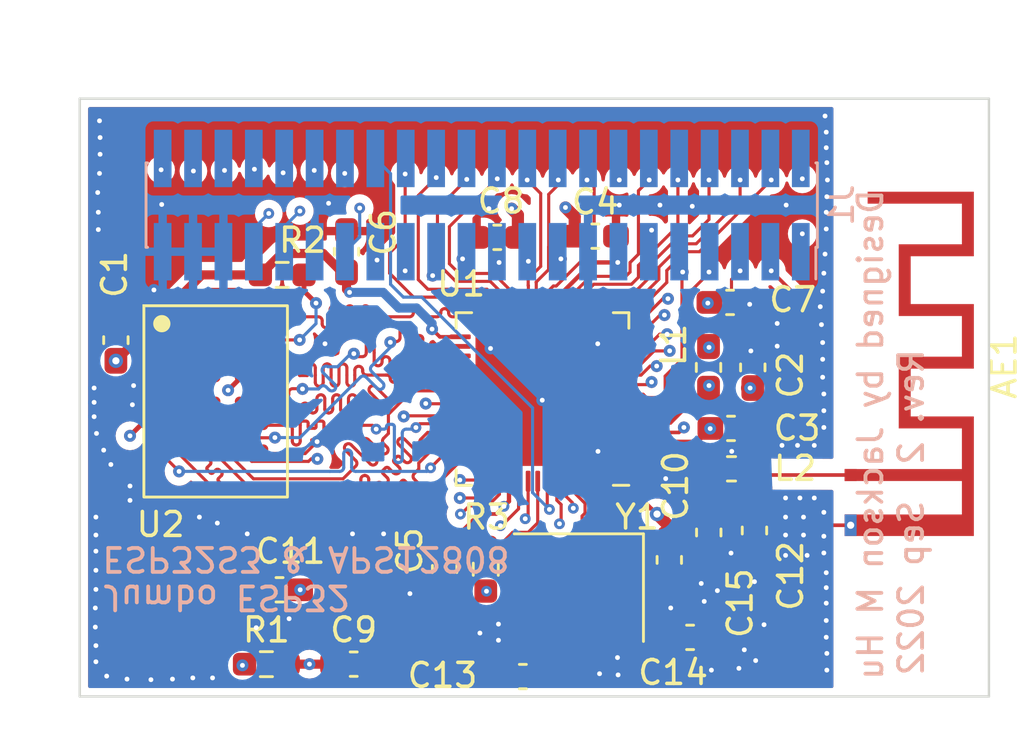
<source format=kicad_pcb>
(kicad_pcb (version 20211014) (generator pcbnew)
  (layers (0 "F.Cu" signal) (1 "In1.Cu" signal) (2 "In2.Cu" signal) (31 "B.Cu" signal) (34 "B.Paste" user) (35 "F.Paste" user) (36 "B.SilkS" user "B.Silkscreen") (37 "F.SilkS" user "F.Silkscreen") (38 "B.Mask" user) (39 "F.Mask" user) (44 "Edge.Cuts" user))
  (net 0 "")
  (net 1 "Net-(AE1-Pad1)")
  (net 2 "GND")
  (net 3 "VDD_SPI")
  (net 4 "+3.3V")
  (net 5 "EN")
  (net 6 "XTAL_N")
  (net 7 "XTAL_P")
  (net 8 "RF")
  (net 9 "GPIO0")
  (net 10 "GPIO19")
  (net 11 "GPIO20")
  (net 12 "TxD")
  (net 13 "RxD")
  (net 14 "GPIO10")
  (net 15 "Net-(R2-Pad1)")
  (net 16 "Net-(R3-Pad2)")
  (net 17 "VDD3P3")
  (net 18 "GPIO11")
  (net 19 "GPIO12")
  (net 20 "GPIO13")
  (net 21 "GPIO14")
  (net 22 "GPIO15")
  (net 23 "SPICS1")
  (net 24 "SPIHD")
  (net 25 "SPIWP")
  (net 27 "SPICLK")
  (net 28 "SPIQ")
  (net 29 "SPID")
  (net 30 "SPI_IO4")
  (net 31 "SPI_IO5")
  (net 32 "SPI_IO6")
  (net 33 "SPI_IO7")
  (net 34 "SPI_DQS")
  (net 41 "GPIO1")
  (net 42 "GPIO3")
  (net 43 "GPIO4")
  (net 44 "GPIO5")
  (net 45 "GPIO6")
  (net 46 "GPIO7")
  (net 47 "GPIO8")
  (net 48 "GPIO9")
  (net 49 "GPIO16")
  (net 50 "GPIO17")
  (net 51 "GPIO18")
  (net 52 "GPIO21")
  (net 53 "GPIO2")
  (net 54 "GPIO46")
  (net 55 "GPIO45")
  (net 56 "GPIO39")
  (net 57 "GPIO40")
  (net 58 "GPIO47")
  (net 59 "GPIO41")
  (net 60 "GPIO48")
  (net 61 "GPIO42")
  (net 62 "GPIO38")
  (footprint "Capacitor_SMD:C_0603_1608Metric_Pad1.08x0.95mm_HandSolder" (layer "F.Cu") (at 148.51 125.1 90)
    (fp_text reference "C1")
    (fp_text value "0.1uF")
  )
  (footprint "Capacitor_SMD:C_0603_1608Metric_Pad1.08x0.95mm_HandSolder" (layer "F.Cu") (at 172.51 137.53)
    (fp_text reference "C14")
    (fp_text value "NC")
  )
  (footprint "Capacitor_SMD:C_0603_1608Metric_Pad1.08x0.95mm_HandSolder" (layer "F.Cu") (at 168.55 120.75)
    (fp_text reference "C4")
    (fp_text value "0.1uF")
  )
  (footprint "Capacitor_SMD:C_0603_1608Metric_Pad1.08x0.95mm_HandSolder" (layer "F.Cu") (at 175.13 126.24 90)
    (fp_text reference "C2")
    (fp_text value "0.1uF")
  )
  (footprint "Package_DFN_QFN:QFN-56-1EP_7x7mm_P0.4mm_EP5.6x5.6mm" (layer "F.Cu") (at 166.34 127.56 180)
    (fp_text reference "U1")
    (fp_text value "ESP32-S3")
  )
  (footprint "RF_Antenna:Texas_SWRA117D_2.4GHz_Left" (layer "F.Cu") (at 179.22 130.74 -90)
    (fp_text reference "AE1")
    (fp_text value "ANT")
  )
  (footprint "Crystal:Crystal_SMD_3225-4Pin_3.2x2.5mm_HandSoldering" (layer "F.Cu") (at 167.86 135.45 180)
    (fp_text reference "Y1")
    (fp_text value "40MHz 10ppm")
  )
  (footprint "Capacitor_SMD:C_0603_1608Metric_Pad1.08x0.95mm_HandSolder" (layer "F.Cu") (at 173.29 133.1425 90)
    (fp_text reference "C15")
    (fp_text value "TBD")
  )
  (footprint "Jackco:MINIBGA-24L" (layer "F.Cu") (at 152.68 127.66)
    (fp_text reference "U2")
    (fp_text value "APS12808L-3OBM-BA")
  )
  (footprint "Resistor_SMD:R_0603_1608Metric_Pad0.98x0.95mm_HandSolder" (layer "F.Cu") (at 155.46 122.37 180)
    (fp_text reference "R2")
    (fp_text value "10k")
  )
  (footprint "Inductor_SMD:L_0603_1608Metric_Pad1.05x0.95mm_HandSolder" (layer "F.Cu") (at 173.28 126.24 -90)
    (fp_text reference "L1")
    (fp_text value "2.0nH")
  )
  (footprint "Capacitor_SMD:C_0603_1608Metric_Pad1.08x0.95mm_HandSolder" (layer "F.Cu") (at 175.2 133.06 -90)
    (fp_text reference "C12")
    (fp_text value "TBD")
  )
  (footprint "Capacitor_SMD:C_0603_1608Metric_Pad1.08x0.95mm_HandSolder" (layer "F.Cu") (at 158.45 138.65)
    (fp_text reference "C9")
    (fp_text value "1uF")
  )
  (footprint "Capacitor_SMD:C_0603_1608Metric_Pad1.08x0.95mm_HandSolder" (layer "F.Cu") (at 158.15 121.4 90)
    (fp_text reference "C6")
    (fp_text value "1uF")
  )
  (footprint "Inductor_SMD:L_0603_1608Metric_Pad1.05x0.95mm_HandSolder" (layer "F.Cu") (at 174.24 130.48)
    (fp_text reference "L2")
    (fp_text value "TBD")
  )
  (footprint "Capacitor_SMD:C_0603_1608Metric_Pad1.08x0.95mm_HandSolder" (layer "F.Cu") (at 165.52 139.17)
    (fp_text reference "C13")
    (fp_text value "NC")
  )
  (footprint "Capacitor_SMD:C_0603_1608Metric_Pad1.08x0.95mm_HandSolder" (layer "F.Cu") (at 171.64 134.29 90)
    (fp_text reference "C10")
    (fp_text value "10nF")
  )
  (footprint "Capacitor_SMD:C_0603_1608Metric_Pad1.08x0.95mm_HandSolder" (layer "F.Cu") (at 164.45 120.8)
    (fp_text reference "C8")
    (fp_text value "1uF")
  )
  (footprint "Capacitor_SMD:C_0603_1608Metric_Pad1.08x0.95mm_HandSolder" (layer "F.Cu") (at 162.25 134.67 -90)
    (fp_text reference "C5")
    (fp_text value "0.1uF")
  )
  (footprint "Resistor_SMD:R_0603_1608Metric_Pad0.98x0.95mm_HandSolder" (layer "F.Cu") (at 154.8 138.65)
    (fp_text reference "R1")
    (fp_text value "10k")
  )
  (footprint "Resistor_SMD:R_0603_1608Metric_Pad0.98x0.95mm_HandSolder" (layer "F.Cu") (at 163.97 134.68 90)
    (fp_text reference "R3")
    (fp_text value "499R")
  )
  (footprint "Capacitor_SMD:C_0603_1608Metric_Pad1.08x0.95mm_HandSolder" (layer "F.Cu") (at 174.22 128.79)
    (fp_text reference "C3")
    (fp_text value "0.1uF")
  )
  (footprint "Capacitor_SMD:C_0603_1608Metric_Pad1.08x0.95mm_HandSolder" (layer "F.Cu") (at 155.35 135.54 180)
    (fp_text reference "C11")
    (fp_text value "10uF")
  )
  (footprint "Capacitor_SMD:C_0603_1608Metric_Pad1.08x0.95mm_HandSolder" (layer "F.Cu") (at 174.18 123.52)
    (fp_text reference "C7")
    (fp_text value "1uF")
  )
  (footprint "Connector_PinHeader_1.27mm:PinHeader_2x22_P1.27mm_Vertical_SMD" (layer "B.Cu") (at 163.8 119.45 90)
    (fp_text reference "J1")
    (fp_text value "Conn_02x22_Odd_Even")
  )
  (gr_line (start 185 140) (end 147 140) (layer "Edge.Cuts") (width 0.1))
  (gr_line (start 147 140) (end 147 115) (layer "Edge.Cuts") (width 0.1))
  (gr_line (start 185 115) (end 185 140) (layer "Edge.Cuts") (width 0.1))
  (gr_line (start 147 115) (end 185 115) (layer "Edge.Cuts") (width 0.1))
  (gr_text "Designed by Jackson M Hu" (at 180.05 129.05 90) (layer "B.SilkS") (effects (font (size 1 1) (thickness 0.16)) (justify mirror)))
  (gr_text "Jumbo ESP32\nESP32S3 & APS12808\n" (at 147.85 135.05 180) (layer "B.SilkS") (effects (font (size 1 1) (thickness 0.16)) (justify left mirror)))
  (gr_text "Rev. 2  Sep 2022" (at 181.75 132.3 90) (layer "B.SilkS") (effects (font (size 1 1) (thickness 0.16)) (justify mirror)))
  (segment (start 175.375 130.74) (end 179.22 130.74) (width 0.1524) (layer "F.Cu") (net 1))
  (segment (start 175.115 130.48) (end 175.375 130.74) (width 0.1524) (layer "F.Cu") (net 1))
  (segment (start 175.115 132.1125) (end 175.2 132.1975) (width 0.1524) (layer "F.Cu") (net 1))
  (segment (start 175.115 130.48) (end 175.115 132.1125) (width 0.1524) (layer "F.Cu") (net 1))
  (segment (start 173.29 134.005) (end 174.22 134.005) (width 0.1524) (layer "F.Cu") (net 2))
  (segment (start 151.165 127.175) (end 150.68 127.66) (width 0.1524) (layer "F.Cu") (net 2))
  (segment (start 174.22 134.005) (end 175.1175 134.005) (width 0.1524) (layer "F.Cu") (net 2))
  (segment (start 149.2 127.8) (end 149.34 127.66) (width 0.13) (layer "F.Cu") (net 2))
  (segment (start 154.4875 135.54) (end 154.4875 137.0125) (width 0.508) (layer "F.Cu") (net 2))
  (segment (start 175.2 133.9225) (end 176.2825 132.84) (width 0.1524) (layer "F.Cu") (net 2))
  (segment (start 149.34 127.66) (end 150.68 127.66) (width 0.13) (layer "F.Cu") (net 2))
  (segment (start 154.4875 137.0125) (end 154.375 137.125) (width 0.508) (layer "F.Cu") (net 2))
  (segment (start 156.92 129.3455) (end 156.4255 129.84) (width 0.13) (layer "F.Cu") (net 2))
  (segment (start 175.1175 134.005) (end 175.2 133.9225) (width 0.1524) (layer "F.Cu") (net 2))
  (segment (start 152.165 127.175) (end 151.165 127.175) (width 0.1524) (layer "F.Cu") (net 2))
  (segment (start 152.68 126.66) (end 152.165 127.175) (width 0.1524) (layer "F.Cu") (net 2))
  (segment (start 176.2825 132.84) (end 179.22 132.84) (width 0.1524) (layer "F.Cu") (net 2))
  (segment (start 154.86 129.84) (end 154.68 129.66) (width 0.13) (layer "F.Cu") (net 2))
  (segment (start 156.4255 129.84) (end 154.86 129.84) (width 0.13) (layer "F.Cu") (net 2))
  (via (at 152.55 139.225) (size 0.45) (drill 0.2) (layers "F.Cu" "B.Cu") (net 2))
  (via (at 178.05 123.05) (size 0.5) (drill 0.2) (layers "F.Cu" "B.Cu") (net 2))
  (via (at 147.6 128.3) (size 0.5) (drill 0.2) (layers "F.Cu" "B.Cu") (net 2))
  (via (at 176.525 119.45) (size 0.45) (drill 0.2) (layers "F.Cu" "B.Cu") (net 2))
  (via (at 178.2 136.1) (size 0.45) (drill 0.2) (layers "F.Cu" "B.Cu") (net 2))
  (via (at 178.2 117.05) (size 0.45) (drill 0.2) (layers "F.Cu" "B.Cu") (net 2))
  (via (at 155.75 136.75) (size 0.5) (drill 0.2) (layers "F.Cu" "B.Cu") (net 2))
  (via (at 178.225 138.2) (size 0.45) (drill 0.2) (layers "F.Cu" "B.Cu") (net 2))
  (via (at 178.05 126.65) (size 0.5) (drill 0.2) (layers "F.Cu" "B.Cu") (net 2))
  (via (at 178.225 138.9) (size 0.45) (drill 0.2) (layers "F.Cu" "B.Cu") (net 2))
  (via (at 168.66 129.75) (size 0.5) (drill 0.2) (layers "F.Cu" "B.Cu") (net 2))
  (via (at 149.1 131.2) (size 0.5) (drill 0.2) (layers "F.Cu" "B.Cu") (net 2))
  (via (at 147.675 133.25) (size 0.45) (drill 0.2) (layers "F.Cu" "B.Cu") (net 2))
  (via (at 178.1 128.05) (size 0.5) (drill 0.2) (layers "F.Cu" "B.Cu") (net 2))
  (via (at 147.675 135.525) (size 0.45) (drill 0.2) (layers "F.Cu" "B.Cu") (net 2))
  (via (at 158.4 133.2) (size 0.45) (drill 0.2) (layers "F.Cu" "B.Cu") (net 2))
  (via (at 164.1 119.6) (size 0.5) (drill 0.2) (layers "F.Cu" "B.Cu") (net 2))
  (via (at 177 129.5) (size 0.5) (drill 0.2) (layers "F.Cu" "B.Cu") (net 2))
  (via (at 169.55 119.45) (size 0.45) (drill 0.2) (layers "F.Cu" "B.Cu") (net 2))
  (via (at 177.1 131.7) (size 0.45) (drill 0.2) (layers "F.Cu" "B.Cu") (net 2))
  (via (at 148.975 139.275) (size 0.45) (drill 0.2) (layers "F.Cu" "B.Cu") (net 2))
  (via (at 166.33 127.61) (size 0.5) (drill 0.2) (layers "F.Cu" "B.Cu") (net 2))
  (via (at 150.875 139.275) (size 0.45) (drill 0.2) (layers "F.Cu" "B.Cu") (net 2))
  (via (at 178.1 134) (size 0.45) (drill 0.2) (layers "F.Cu" "B.Cu") (net 2))
  (via (at 178.1 128.75) (size 0.5) (drill 0.2) (layers "F.Cu" "B.Cu") (net 2))
  (via (at 149.975 139.3) (size 0.45) (drill 0.2) (layers "F.Cu" "B.Cu") (net 2))
  (via (at 176.5 134.1) (size 0.5) (drill 0.2) (layers "F.Cu" "B.Cu") (net 2))
  (via (at 147.675 134.725) (size 0.45) (drill 0.2) (layers "F.Cu" "B.Cu") (net 2))
  (via (at 168.725 139.05) (size 0.45) (drill 0.2) (layers "F.Cu" "B.Cu") (net 2))
  (via (at 178.225 119.1) (size 0.45) (drill 0.2) (layers "F.Cu" "B.Cu") (net 2))
  (via (at 173.4 138.9) (size 0.45) (drill 0.2) (layers "F.Cu" "B.Cu") (net 2))
  (via (at 147.675 137.875) (size 0.45) (drill 0.2) (layers "F.Cu" "B.Cu") (net 2))
  (via (at 176.15 125.35) (size 0.5) (drill 0.2) (layers "F.Cu" "B.Cu") (net 2))
  (via (at 176.15 124.4) (size 0.5) (drill 0.2) (layers "F.Cu" "B.Cu") (net 2))
  (via (at 174.775 138.05) (size 0.45) (drill 0.2) (layers "F.Cu" "B.Cu") (net 2))
  (via (at 178.1 132.3) (size 0.45) (drill 0.2) (layers "F.Cu" "B.Cu") (net 2))
  (via (at 175.05 125.55) (size 0.5) (drill 0.2) (layers "F.Cu" "B.Cu") (net 2))
  (via (at 164.167999 125.445612) (size 0.5) (drill 0.2) (layers "F.Cu" "B.Cu") (net 2))
  (via (at 160.8 135.7) (size 0.45) (drill 0.2) (layers "F.Cu" "B.Cu") (net 2))
  (via (at 178.2 119.75) (size 0.45) (drill 0.2) (layers "F.Cu" "B.Cu") (net 2))
  (via (at 177.95 123.7) (size 0.5) (drill 0.2) (layers "F.Cu" "B.Cu") (net 2))
  (via (at 147.7 129) (size 0.5) (drill 0.2) (layers "F.Cu" "B.Cu") (net 2))
  (via (at 177.25 132.5) (size 0.5) (drill 0.2) (layers "F.Cu" "B.Cu") (net 2))
  (via (at 149.25 127) (size 0.5) (drill 0.2) (layers "F.Cu" "B.Cu") (net 2))
  (via (at 164.5 136.975) (size 0.45) (drill 0.2) (layers "F.Cu" "B.Cu") (net 2))
  (via (at 178.1 133.3) (size 0.45) (drill 0.2) (layers "F.Cu" "B.Cu") (net 2))
  (via (at 147.85 117.325) (size 0.45) (drill 0.2) (layers "F.Cu" "B.Cu") (net 2))
  (via (at 164.5 137.65) (size 0.45) (drill 0.2) (layers "F.Cu" "B.Cu") (net 2))
  (via (at 178.225 117.675) (size 0.45) (drill 0.2) (layers "F.Cu" "B.Cu") (net 2))
  (via (at 147.675 138.55) (size 0.45) (drill 0.2) (layers "F.Cu" "B.Cu") (net 2))
  (via (at 175.2 135.2) (size 0.5) (drill 0.2) (layers "F.Cu" "B.Cu") (net 2))
  (via (at 177.4 134.1) (size 0.45) (drill 0.2) (layers "F.Cu" "B.Cu") (net 2))
  (via (at 178.25 118.4) (size 0.45) (drill 0.2) (layers "F.Cu" "B.Cu") (net 2))
  (via (at 171.49 130.89) (size 0.45) (drill 0.2) (layers "F.Cu" "B.Cu") (net 2))
  (via (at 154 133.2) (size 0.45) (drill 0.2) (layers "F.Cu" "B.Cu") (net 2))
  (via (at 178.2 134.825) (size 0.45) (drill 0.2) (layers "F.Cu" "B.Cu") (net 2))
  (via (at 169.475 138.375) (size 0.45) (drill 0.2) (layers "F.Cu" "B.Cu") (net 2))
  (via (at 178.05 125.2) (size 0.5) (drill 0.2) (layers "F.Cu" "B.Cu") (net 2))
  (via (at 175.25 138.5) (size 0.45) (drill 0.2) (layers "F.Cu" "B.Cu") (net 2))
  (via (at 147.65 136.3) (size 0.45) (drill 0.2) (layers "F.Cu" "B.Cu") (net 2))
  (via (at 147.675 133.925) (size 0.45) (drill 0.2) (layers "F.Cu" "B.Cu") (net 2))
  (via (at 173.1 136.025) (size 0.45) (drill 0.2) (layers "F.Cu" "B.Cu") (net 2))
  (via (at 147.75 118.925) (size 0.45) (drill 0.2) (layers "F.Cu" "B.Cu") (net 2))
  (via (at 178 124.45) (size 0.5) (drill 0.2) (layers "F.Cu" "B.Cu") (net 2))
  (via (at 176.5 132.5) (size 0.5) (drill 0.2) (layers "F.Cu" "B.Cu") (net 2))
  (via (at 172.975 135.275) (size 0.45) (drill 0.2) (layers "F.Cu" "B.Cu") (net 2))
  (via (at 176.5 131.7) (size 0.45) (drill 0.2) (layers "F.Cu" "B.Cu") (net 2))
  (via (at 172.6 119.5) (size 0.5) (drill 0.2) (layers "F.Cu" "B.Cu") (net 2))
  (via (at 147.675 132.5) (size 0.45) (drill 0.2) (layers "F.Cu" "B.Cu") (net 2))
  (via (at 159.7 133.2) (size 0.45) (drill 0.2) (layers "F.Cu" "B.Cu") (net 2))
  (via (at 177.7 131.7) (size 0.45) (drill 0.2) (layers "F.Cu" "B.Cu") (net 2))
  (via (at 173.65 135.575) (size 0.45) (drill 0.2) (layers "F.Cu" "B.Cu") (net 2))
  (via (at 174.55 138.825) (size 0.45) (drill 0.2) (layers "F.Cu" "B.Cu") (net 2))
  (via (at 147.825 115.925) (size 0.45) (drill 0.2) (layers "F.Cu" "B.Cu") (net 2))
  (via (at 177.7 129.5) (size 0.5) (drill 0.2) (layers "F.Cu" "B.Cu") (net 2))
  (via (at 147.85 116.625) (size 0.45) (drill 0.2) (layers "F.Cu" "B.Cu") (net 2))
  (via (at 177.25 133.25) (size 0.5) (drill 0.2) (layers "F.Cu" "B.Cu") (net 2))
  (via (at 178.05 125.9) (size 0.5) (drill 0.2) (layers "F.Cu" "B.Cu") (net 2))
  (via (at 169.5 139.1) (size 0.45) (drill 0.2) (layers "F.Cu" "B.Cu") (net 2))
  (via (at 178.15 115.725) (size 0.45) (drill 0.2) (layers "F.Cu" "B.Cu") (net 2))
  (via (at 148 129.7) (size 0.5) (drill 0.2) (layers "F.Cu" "B.Cu") (net 2))
  (via (at 175.6 137) (size 0.45) (drill 0.2) (layers "F.Cu" "B.Cu") (net 2))
  (via (at 150.425 119.425) (size 0.45) (drill 0.2) (layers "F.Cu" "B.Cu") (net 2))
  (via (at 150.1 123) (size 0.5) (drill 0.2) (layers "F.Cu" "B.Cu") (net 2))
  (via (at 147.775 120.475) (size 0.45) (drill 0.2) (layers "F.Cu" "B.Cu") (net 2))
  (via (at 147.825 118.125) (size 0.45) (drill 0.2) (layers "F.Cu" "B.Cu") (net 2))
  (via (at 178.2 137.525) (size 0.45) (drill 0.2) (layers "F.Cu" "B.Cu") (net 2))
  (via (at 178.2 116.4) (size 0.45) (drill 0.2) (layers "F.Cu" "B.Cu") (net 2))
  (via (at 149.1 131.8) (size 0.5) (drill 0.2) (layers "F.Cu" "B.Cu") (net 2))
  (via (at 176.35 129.5) (size 0.5) (drill 0.2) (layers "F.Cu" "B.Cu") (net 2))
  (via (at 178.15 121.5) (size 0.5) (drill 0.2) (layers "F.Cu" "B.Cu") (net 2))
  (via (at 152.75 132.75) (size 0.5) (drill 0.2) (layers "F.Cu" "B.Cu") (net 2))
  (via (at 147.775 119.75) (size 0.45) (drill 0.2) (layers "F.Cu" "B.Cu") (net 2))
  (via (at 178.2 120.45) (size 0.45) (drill 0.2) (layers "F.Cu" "B.Cu") (net 2))
  (via (at 168.65 125.25) (size 0.5) (drill 0.2) (layers "F.Cu" "B.Cu") (net 2))
  (via (at 175 123.6) (size 0.5) (drill 0.2) (layers "F.Cu" "B.Cu") (net 2))
  (via (at 147.6 127.1) (size 0.5) (drill 0.2) (layers "F.Cu" "B.Cu") (net 2))
  (via (at 156.92 129.3455) (size 0.5) (drill 0.2) (layers "F.Cu" "B.Cu") (net 2))
  (via (at 148.125 139.15) (size 0.45) (drill 0.2) (layers "F.Cu" "B.Cu") (net 2))
  (via (at 171.7 136.3) (size 0.45) (drill 0.2) (layers "F.Cu" "B.Cu") (net 2))
  (via (at 178.2 135.45) (size 0.45) (drill 0.2) (layers "F.Cu" "B.Cu") (net 2))
  (via (at 157.25 125.25) (size 0.5) (drill 0.2) (layers "F.Cu" "B.Cu") (net 2))
  (via (at 178.1 122.3) (size 0.5) (drill 0.2) (layers "F.Cu" "B.Cu") (net 2))
  (via (at 178.2 136.825) (size 0.45) (drill 0.2) (layers "F.Cu" "B.Cu") (net 2))
  (via (at 149.2 127.8) (size 0.5) (drill 0.2) (layers "F.Cu" "B.Cu") (net 2))
  (via (at 154.375 137.125) (size 0.5) (drill 0.2) (layers "F.Cu" "B.Cu") (net 2))
  (via (at 176.5 133.25) (size 0.5) (drill 0.2) (layers "F.Cu" "B.Cu") (net 2))
  (via (at 178.1 127.35) (size 0.5) (drill 0.2) (layers "F.Cu" "B.Cu") (net 2))
  (via (at 171.25 119.45) (size 0.5) (drill 0.2) (layers "F.Cu" "B.Cu") (net 2))
  (via (at 151.725 139.225) (size 0.45) (drill 0.2) (layers "F.Cu" "B.Cu") (net 2))
  (via (at 157.4 119.375) (size 0.45) (drill 0.2) (layers "F.Cu" "B.Cu") (net 2))
  (via (at 163.725 137.35) (size 0.45) (drill 0.2) (layers "F.Cu" "B.Cu") (net 2))
  (via (at 147.6 127.7) (size 0.5) (drill 0.2) (layers "F.Cu" "B.Cu") (net 2))
  (via (at 174.22 134.005) (size 0.5) (drill 0.2) (layers "F.Cu" "B.Cu") (net 2))
  (via (at 147.65 137.1) (size 0.45) (drill 0.2) (layers "F.Cu" "B.Cu") (net 2))
  (via (at 174.25 129.75) (size 0.5) (drill 0.2) (layers "F.Cu" "B.Cu") (net 2))
  (via (at 148.3 130.3) (size 0.5) (drill 0.2) (layers "F.Cu" "B.Cu") (net 2))
  (via (at 152 132.5) (size 0.5) (drill 0.2) (layers "F.Cu" "B.Cu") (net 2))
  (segment (start 162.9025 124.96) (end 162.048 124.96) (width 0.1524) (layer "F.Cu") (net 3))
  (segment (start 155.4425 121.475) (end 154.5475 122.37) (width 0.381) (layer "F.Cu") (net 3))
  (segment (start 149.54 128.66) (end 150.68 128.66) (width 0.2032) (layer "F.Cu") (net 3))
  (segment (start 158.15 122.975) (end 158.275 123.1) (width 0.381) (layer "F.Cu") (net 3))
  (segment (start 153.68 126.715) (end 153.2 127.195) (width 0.2032) (layer "F.Cu") (net 3))
  (segment (start 156.668781 130.063409) (end 156.56219 130.17) (width 0.13) (layer "F.Cu") (net 3))
  (segment (start 158.15 122.2625) (end 157.9625 122.2625) (width 0.381) (layer "F.Cu") (net 3))
  (segment (start 157.9625 122.2625) (end 157.175 121.475) (width 0.381) (layer "F.Cu") (net 3))
  (segment (start 157.175 121.475) (end 155.4425 121.475) (width 0.381) (layer "F.Cu") (net 3))
  (segment (start 154.19 130.17) (end 153.68 129.66) (width 0.13) (layer "F.Cu") (net 3))
  (segment (start 158.15 122.2625) (end 158.15 122.975) (width 0.381) (layer "F.Cu") (net 3))
  (segment (start 149.1 129.1) (end 149.54 128.66) (width 0.2032) (layer "F.Cu") (net 3))
  (segment (start 153.68 126.66) (end 153.68 126.715) (width 0.2032) (layer "F.Cu") (net 3))
  (segment (start 154.5475 122.37) (end 152.1025 122.37) (width 0.381) (layer "F.Cu") (net 3))
  (segment (start 152.1025 122.37) (end 148.51 125.9625) (width 0.381) (layer "F.Cu") (net 3))
  (segment (start 162.048 124.96) (end 161.725 124.637) (width 0.1524) (layer "F.Cu") (net 3))
  (segment (start 156.56219 130.17) (end 154.19 130.17) (width 0.13) (layer "F.Cu") (net 3))
  (via (at 156.929705 130.063409) (size 0.5) (drill 0.2) (layers "F.Cu" "B.Cu") (net 3))
  (via (at 149.1 129.1) (size 0.5) (drill 0.2) (layers "F.Cu" "B.Cu") (net 3))
  (via (at 148.51 125.9625) (size 0.6) (drill 0.3) (layers "F.Cu" "B.Cu") (net 3))
  (via (at 161.725 124.637) (size 0.5) (drill 0.2) (layers "F.Cu" "B.Cu") (net 3))
  (via (at 158.275 123.1) (size 0.45) (drill 0.2) (layers "F.Cu" "B.Cu") (net 3))
  (via (at 153.2 127.195) (size 0.5) (drill 0.2) (layers "F.Cu" "B.Cu") (net 3))
  (segment (start 161.725 124.4) (end 161.725 124.637) (width 0.381) (layer "B.Cu") (net 3))
  (segment (start 159.680826 123.1) (end 160.336326 123.7555) (width 0.381) (layer "B.Cu") (net 3))
  (segment (start 160.336326 123.7555) (end 161.0805 123.7555) (width 0.381) (layer "B.Cu") (net 3))
  (segment (start 158.275 123.1) (end 159.680826 123.1) (width 0.381) (layer "B.Cu") (net 3))
  (segment (start 161.0805 123.7555) (end 161.725 124.4) (width 0.381) (layer "B.Cu") (net 3))
  (segment (start 165.3125 120.8) (end 165.3125 119.8625) (width 0.508) (layer "F.Cu") (net 4))
  (segment (start 166.94 123.337407) (end 166.94 124.1225) (width 0.18) (layer "F.Cu") (net 4))
  (segment (start 169.289857 132.147804) (end 170.902196 132.147804) (width 0.1524) (layer "F.Cu") (net 4))
  (segment (start 168.94 130.9975) (end 168.94 131.14) (width 0.1524) (layer "F.Cu") (net 4))
  (segment (start 164.94 131.839425) (end 164.94 130.9975) (width 0.18) (layer "F.Cu") (net 4))
  (segment (start 164.408225 132.3712) (end 163.6863 132.3712) (width 0.1524) (layer "F.Cu") (net 4))
  (segment (start 164.728423 132.051002) (end 164.408225 132.3712) (width 0.1524) (layer "F.Cu") (net 4))
  (segment (start 168.54 130.9975) (end 168.54 131.397947) (width 0.1524) (layer "F.Cu") (net 4))
  (segment (start 167.6875 120.75) (end 167.6875 119.9375) (width 0.508) (layer "F.Cu") (net 4))
  (segment (start 163.6863 132.3712) (end 162.25 133.8075) (width 0.1524) (layer "F.Cu") (net 4))
  (segment (start 171.64 132.885607) (end 171.127196 132.372804) (width 0.508) (layer "F.Cu") (net 4))
  (segment (start 175.13 127.1025) (end 175.0175 127.1025) (width 0.762) (layer "F.Cu") (net 4))
  (segment (start 168.94 131.14) (end 169.575 131.775) (width 0.1524) (layer "F.Cu") (net 4))
  (segment (start 167.6875 119.9375) (end 167.3 119.55) (width 0.508) (layer "F.Cu") (net 4))
  (segment (start 168.428442 121.848965) (end 166.94 123.337407) (width 0.18) (layer "F.Cu") (net 4))
  (segment (start 169.575 131.775) (end 170.529392 131.775) (width 0.1524) (layer "F.Cu") (net 4))
  (segment (start 170.529392 131.775) (end 171.127196 132.372804) (width 0.1524) (layer "F.Cu") (net 4))
  (segment (start 164.728423 132.051002) (end 164.94 131.839425) (width 0.18) (layer "F.Cu") (net 4))
  (segment (start 168.54 131.397947) (end 169.289857 132.147804) (width 0.1524) (layer "F.Cu") (net 4))
  (segment (start 169.485534 121.848965) (end 168.428442 121.848965) (width 0.18) (layer "F.Cu") (net 4))
  (segment (start 171.64 133.4275) (end 171.64 132.885607) (width 0.508) (layer "F.Cu") (net 4))
  (segment (start 165.3125 119.8625) (end 165.05 119.6) (width 0.508) (layer "F.Cu") (net 4))
  (via (at 173.3 125.4) (size 0.5) (drill 0.2) (layers "F.Cu" "B.Cu") (net 4))
  (via (at 175.0175 127.1025) (size 0.5) (drill 0.2) (layers "F.Cu" "B.Cu") (net 4))
  (via (at 164.728423 132.051002) (size 0.45) (drill 0.2) (layers "F.Cu" "B.Cu") (net 4))
  (via (at 177.2 120.65) (size 0.5) (drill 0.2) (layers "F.Cu" "B.Cu") (net 4))
  (via (at 170.9 120.5) (size 0.5) (drill 0.2) (layers "F.Cu" "B.Cu") (net 4))
  (via (at 167.3 119.55) (size 0.5) (drill 0.2) (layers "F.Cu" "B.Cu") (net 4))
  (via (at 153.8 138.7) (size 0.5) (drill 0.2) (layers "F.Cu" "B.Cu") (net 4))
  (via (at 173.25 123.55) (size 0.5) (drill 0.2) (layers "F.Cu" "B.Cu") (net 4))
  (via (at 156.2125 135.54) (size 0.5) (drill 0.2) (layers "F.Cu" "B.Cu") (net 4))
  (via (at 177.2 118.35) (size 0.5) (drill 0.2) (layers "F.Cu" "B.Cu") (net 4))
  (via (at 169.55 118.4) (size 0.5) (drill 0.2) (layers "F.Cu" "B.Cu") (net 4))
  (via (at 171.127196 132.372804) (size 0.6) (drill 0.3) (layers "F.Cu" "B.Cu") (net 4))
  (via (at 169.485534 121.848965) (size 0.5) (drill 0.2) (layers "F.Cu" "B.Cu") (net 4))
  (via (at 165.05 119.6) (size 0.5) (drill 0.2) (layers "F.Cu" "B.Cu") (net 4))
  (segment (start 156.6 138.65) (end 157.5875 138.65) (width 0.381) (layer "F.Cu") (net 5))
  (segment (start 172.04 128.96) (end 169.7775 128.96) (width 0.1524) (layer "F.Cu") (net 5))
  (segment (start 172.25 128.75) (end 172.04 128.96) (width 0.1524) (layer "F.Cu") (net 5))
  (segment (start 155.7125 138.65) (end 156.6 138.65) (width 0.381) (layer "F.Cu") (net 5))
  (via (at 172.25 128.75) (size 0.5) (drill 0.2) (layers "F.Cu" "B.Cu") (net 5))
  (via (at 156.6 138.65) (size 0.5) (drill 0.2) (layers "F.Cu" "B.Cu") (net 5))
  (via (at 158.7 119.575) (size 0.45) (drill 0.2) (layers "F.Cu" "B.Cu") (net 5))
  (segment (start 158.085 121.4) (end 158.7 120.785) (width 0.13) (layer "B.Cu") (net 5))
  (segment (start 158.7 120.785) (end 158.7 119.575) (width 0.13) (layer "B.Cu") (net 5))
  (segment (start 167.995 132.454827) (end 168.118037 132.33179) (width 0.13) (layer "F.Cu") (net 6))
  (segment (start 166.37 135.97) (end 166.37 139.1575) (width 0.13) (layer "F.Cu") (net 6))
  (segment (start 166.37 139.1575) (end 166.3825 139.17) (width 0.13) (layer "F.Cu") (net 6))
  (segment (start 167.995 135.125) (end 167.995 132.454827) (width 0.13) (layer "F.Cu") (net 6))
  (segment (start 166.41 136.6) (end 166.52 136.6) (width 0.13) (layer "F.Cu") (net 6))
  (segment (start 168.118037 132.33179) (end 168.118037 131.925204) (width 0.13) (layer "F.Cu") (net 6))
  (segment (start 167.74 131.547167) (end 167.74 130.9975) (width 0.13) (layer "F.Cu") (net 6))
  (segment (start 166.52 136.6) (end 167.995 135.125) (width 0.13) (layer "F.Cu") (net 6))
  (segment (start 167.15 135.97) (end 166.37 135.97) (width 0.1524) (layer "F.Cu") (net 6))
  (segment (start 168.118037 131.925204) (end 167.74 131.547167) (width 0.13) (layer "F.Cu") (net 6))
  (segment (start 170.67 136.5525) (end 171.6475 137.53) (width 0.1524) (layer "F.Cu") (net 7))
  (segment (start 169.92 134.3) (end 170.67 135.05) (width 0.1524) (layer "F.Cu") (net 7))
  (segment (start 169 132.340477) (end 169 133.99) (width 0.13) (layer "F.Cu") (net 7))
  (segment (start 169.31 134.3) (end 169.92 134.3) (width 0.1524) (layer "F.Cu") (net 7))
  (segment (start 168.14 130.9975) (end 168.14 131.480477) (width 0.13) (layer "F.Cu") (net 7))
  (segment (start 169 133.99) (end 169.31 134.3) (width 0.13) (layer "F.Cu") (net 7))
  (segment (start 168.14 131.480477) (end 169 132.340477) (width 0.13) (layer "F.Cu") (net 7))
  (segment (start 170.67 135.05) (end 170.67 136.5525) (width 0.1524) (layer "F.Cu") (net 7))
  (segment (start 169.7775 130.16) (end 173.045 130.16) (width 0.1524) (layer "F.Cu") (net 8))
  (segment (start 173.365 132.205) (end 173.29 132.28) (width 0.1524) (layer "F.Cu") (net 8))
  (segment (start 173.045 130.16) (end 173.365 130.48) (width 0.1524) (layer "F.Cu") (net 8))
  (segment (start 173.365 130.48) (end 173.365 132.205) (width 0.1524) (layer "F.Cu") (net 8))
  (segment (start 176.9 123.2) (end 175.9 122.2) (width 0.1524) (layer "F.Cu") (net 9))
  (segment (start 172.2112 128.0388) (end 176.5112 128.0388) (width 0.1524) (layer "F.Cu") (net 9))
  (segment (start 176.5112 128.0388) (end 176.9 127.65) (width 0.1524) (layer "F.Cu") (net 9))
  (segment (start 176.9 127.65) (end 176.9 123.2) (width 0.1524) (layer "F.Cu") (net 9))
  (segment (start 171.69 128.56) (end 172.2112 128.0388) (width 0.1524) (layer "F.Cu") (net 9))
  (segment (start 171.69 128.56) (end 169.7775 128.56) (width 0.1524) (layer "F.Cu") (net 9))
  (via (at 175.9 122.2) (size 0.5) (drill 0.2) (layers "F.Cu" "B.Cu") (net 9))
  (segment (start 164.15669 122.64) (end 162.718319 122.639999) (width 0.13) (layer "F.Cu") (net 10))
  (segment (start 164.94 124.1225) (end 164.94 123.42331) (width 0.13) (layer "F.Cu") (net 10))
  (segment (start 161.95 121.87168) (end 161.95 119.6) (width 0.13) (layer "F.Cu") (net 10))
  (segment (start 164.94 123.42331) (end 164.15669 122.64) (width 0.13) (layer "F.Cu") (net 10))
  (segment (start 162.718319 122.639999) (end 161.95 121.87168) (width 0.13) (layer "F.Cu") (net 10))
  (segment (start 161.95 119.6) (end 163.175 118.375) (width 0.13) (layer "F.Cu") (net 10))
  (via (at 163.175 118.375) (size 0.5) (drill 0.2) (layers "F.Cu" "B.Cu") (net 10))
  (segment (start 164.02 122.97) (end 161.55 122.97) (width 0.13) (layer "F.Cu") (net 11))
  (segment (start 161.15 119.05) (end 161.9 118.3) (width 0.13) (layer "F.Cu") (net 11))
  (segment (start 161.15 122.57) (end 161.15 119.05) (width 0.13) (layer "F.Cu") (net 11))
  (segment (start 164.54 124.1225) (end 164.54 123.49) (width 0.13) (layer "F.Cu") (net 11))
  (segment (start 164.54 123.49) (end 164.02 122.97) (width 0.13) (layer "F.Cu") (net 11))
  (segment (start 161.55 122.97) (end 161.15 122.57) (width 0.13) (layer "F.Cu") (net 11))
  (via (at 161.9 118.3) (size 0.5) (drill 0.2) (layers "F.Cu" "B.Cu") (net 11))
  (via (at 159.425 121.75) (size 0.45) (drill 0.2) (layers "F.Cu" "B.Cu") (net 12))
  (via (at 164 135.6) (size 0.45) (drill 0.2) (layers "F.Cu" "B.Cu") (net 12))
  (segment (start 166.54 132.089055) (end 166.54 130.9975) (width 0.13) (layer "F.Cu") (net 13))
  (segment (start 166.6295 132.178555) (end 166.54 132.089055) (width 0.13) (layer "F.Cu") (net 13))
  (via (at 166.6295 132.178555) (size 0.45) (drill 0.2) (layers "F.Cu" "B.Cu") (net 13))
  (segment (start 159.99 122.765) (end 160.525 123.3) (width 0.13) (layer "B.Cu") (net 13))
  (segment (start 160.525 123.3) (end 161.294067 123.3) (width 0.13) (layer "B.Cu") (net 13))
  (segment (start 165.925 127.930933) (end 165.925 131.474055) (width 0.13) (layer "B.Cu") (net 13))
  (segment (start 159.355 117.5) (end 159.99 118.135) (width 0.13) (layer "B.Cu") (net 13))
  (segment (start 165.925 131.474055) (end 166.6295 132.178555) (width 0.13) (layer "B.Cu") (net 13))
  (segment (start 161.294067 123.3) (end 165.925 127.930933) (width 0.13) (layer "B.Cu") (net 13))
  (segment (start 159.99 118.135) (end 159.99 122.765) (width 0.13) (layer "B.Cu") (net 13))
  (segment (start 171.535 122.686285) (end 171.535 122.18668) (width 0.13) (layer "F.Cu") (net 14))
  (segment (start 168.94 124.1225) (end 170.098785 124.1225) (width 0.13) (layer "F.Cu") (net 14))
  (segment (start 172.32168 121.4) (end 172.9 121.4) (width 0.13) (layer "F.Cu") (net 14))
  (segment (start 171.535 122.18668) (end 172.32168 121.4) (width 0.13) (layer "F.Cu") (net 14))
  (segment (start 172.9 121.4) (end 175.9 118.4) (width 0.13) (layer "F.Cu") (net 14))
  (segment (start 170.098785 124.1225) (end 171.535 122.686285) (width 0.13) (layer "F.Cu") (net 14))
  (via (at 175.9 118.4) (size 0.5) (drill 0.2) (layers "F.Cu" "B.Cu") (net 14))
  (segment (start 156.3725 122.37) (end 156.3725 123.0475) (width 0.2032) (layer "F.Cu") (net 15))
  (segment (start 154.241488 125.09) (end 156.19 125.09) (width 0.13) (layer "F.Cu") (net 15))
  (segment (start 156.3725 123.0475) (end 156.875 123.55) (width 0.2032) (layer "F.Cu") (net 15))
  (segment (start 153.675744 125.655744) (end 154.241488 125.09) (width 0.13) (layer "F.Cu") (net 15))
  (via (at 156.875 123.55) (size 0.5) (drill 0.2) (layers "F.Cu" "B.Cu") (net 15))
  (via (at 156.19 125.09) (size 0.5) (drill 0.2) (layers "F.Cu" "B.Cu") (net 15))
  (segment (start 156.875 124.405) (end 156.19 125.09) (width 0.13) (layer "B.Cu") (net 15))
  (segment (start 156.875 123.55) (end 156.875 124.405) (width 0.13) (layer "B.Cu") (net 15))
  (segment (start 164.72 133.51) (end 164.2275 133.51) (width 0.13) (layer "F.Cu") (net 16))
  (segment (start 165.095 133.135) (end 164.72 133.51) (width 0.13) (layer "F.Cu") (net 16))
  (segment (start 165.745 133.135) (end 165.095 133.135) (width 0.13) (layer "F.Cu") (net 16))
  (segment (start 164.2275 133.51) (end 163.97 133.7675) (width 0.13) (layer "F.Cu") (net 16))
  (segment (start 166.14 132.74) (end 165.745 133.135) (width 0.13) (layer "F.Cu") (net 16))
  (segment (start 166.14 130.9975) (end 166.14 132.74) (width 0.13) (layer "F.Cu") (net 16))
  (segment (start 172.3891 129.7584) (end 169.7791 129.7584) (width 0.2032) (layer "F.Cu") (net 17))
  (segment (start 173.3575 128.79) (end 172.3891 129.7584) (width 0.2032) (layer "F.Cu") (net 17))
  (segment (start 172.7859 129.3616) (end 169.7775 129.3616) (width 0.2032) (layer "F.Cu") (net 17))
  (segment (start 173.3575 128.79) (end 173.34875 128.79875) (width 0.2032) (layer "F.Cu") (net 17))
  (segment (start 173.34875 128.79875) (end 172.7859 129.3616) (width 0.2032) (layer "F.Cu") (net 17))
  (via (at 173.34875 128.79875) (size 0.5) (drill 0.2) (layers "F.Cu" "B.Cu") (net 17))
  (via (at 173.3 127) (size 0.5) (drill 0.2) (layers "F.Cu" "B.Cu") (net 17))
  (segment (start 168.759523 123.42) (end 170.334595 123.42) (width 0.13) (layer "F.Cu") (net 18))
  (segment (start 168.54 123.639523) (end 168.759523 123.42) (width 0.13) (layer "F.Cu") (net 18))
  (segment (start 171.205 122.549595) (end 171.205001 122.049989) (width 0.13) (layer "F.Cu") (net 18))
  (segment (start 170.334595 123.42) (end 171.205 122.549595) (width 0.13) (layer "F.Cu") (net 18))
  (segment (start 168.54 124.1225) (end 168.54 123.639523) (width 0.13) (layer "F.Cu") (net 18))
  (segment (start 172.18499 121.07) (end 172.76331 121.07) (width 0.13) (layer "F.Cu") (net 18))
  (segment (start 171.205001 122.049989) (end 172.18499 121.07) (width 0.13) (layer "F.Cu") (net 18))
  (segment (start 174.6 119.23331) (end 174.6 118.4) (width 0.13) (layer "F.Cu") (net 18))
  (segment (start 172.76331 121.07) (end 174.6 119.23331) (width 0.13) (layer "F.Cu") (net 18))
  (via (at 174.6 118.4) (size 0.5) (drill 0.2) (layers "F.Cu" "B.Cu") (net 18))
  (segment (start 172.0483 120.74) (end 172.61 120.74) (width 0.13) (layer "F.Cu") (net 19))
  (segment (start 168.14 124.1225) (end 168.14 123.572833) (width 0.13) (layer "F.Cu") (net 19))
  (segment (start 170.875 122.412905) (end 170.875002 121.913298) (width 0.13) (layer "F.Cu") (net 19))
  (segment (start 170.197905 123.09) (end 170.875 122.412905) (width 0.13) (layer "F.Cu") (net 19))
  (segment (start 168.14 123.572833) (end 168.622833 123.09) (width 0.13) (layer "F.Cu") (net 19))
  (segment (start 168.622833 123.09) (end 170.197905 123.09) (width 0.13) (layer "F.Cu") (net 19))
  (segment (start 170.875002 121.913298) (end 172.0483 120.74) (width 0.13) (layer "F.Cu") (net 19))
  (segment (start 173.3 120.05) (end 173.3 118.4) (width 0.13) (layer "F.Cu") (net 19))
  (segment (start 172.61 120.74) (end 173.3 120.05) (width 0.13) (layer "F.Cu") (net 19))
  (via (at 173.3 118.4) (size 0.5) (drill 0.2) (layers "F.Cu" "B.Cu") (net 19))
  (segment (start 167.74 123.506143) (end 167.74 124.1225) (width 0.13) (layer "F.Cu") (net 20))
  (segment (start 170.35 122.471215) (end 170.061215 122.76) (width 0.13) (layer "F.Cu") (net 20))
  (segment (start 170.061215 122.76) (end 168.486143 122.76) (width 0.13) (layer "F.Cu") (net 20))
  (segment (start 170.35 121.971609) (end 170.35 122.471215) (width 0.13) (layer "F.Cu") (net 20))
  (segment (start 172 120.321609) (end 170.35 121.971609) (width 0.13) (layer "F.Cu") (net 20))
  (segment (start 172 118.4) (end 172 120.321609) (width 0.13) (layer "F.Cu") (net 20))
  (segment (start 168.486143 122.76) (end 167.74 123.506143) (width 0.13) (layer "F.Cu") (net 20))
  (via (at 172 118.4) (size 0.5) (drill 0.2) (layers "F.Cu" "B.Cu") (net 20))
  (segment (start 170.35 121.504919) (end 170 121.854919) (width 0.13) (layer "F.Cu") (net 21))
  (segment (start 170 121.854919) (end 170 122.25) (width 0.13) (layer "F.Cu") (net 21))
  (segment (start 168.349452 122.430001) (end 167.34 123.439453) (width 0.13) (layer "F.Cu") (net 21))
  (segment (start 169.82 122.43) (end 168.349452 122.430001) (width 0.13) (layer "F.Cu") (net 21))
  (segment (start 167.34 123.439453) (end 167.34 124.1225) (width 0.13) (layer "F.Cu") (net 21))
  (segment (start 170 122.25) (end 169.82 122.43) (width 0.13) (layer "F.Cu") (net 21))
  (segment (start 170.8 118.4) (end 170.35 118.85) (width 0.13) (layer "F.Cu") (net 21))
  (segment (start 170.35 118.85) (end 170.35 121.504919) (width 0.13) (layer "F.Cu") (net 21))
  (via (at 170.8 118.4) (size 0.5) (drill 0.2) (layers "F.Cu" "B.Cu") (net 21))
  (segment (start 168.5 118.7) (end 168.2 118.4) (width 0.13) (layer "F.Cu") (net 22))
  (segment (start 166.54 123.087954) (end 166.792954 122.835) (width 0.13) (layer "F.Cu") (net 22))
  (segment (start 168.5 121.25) (end 168.5 118.7) (width 0.13) (layer "F.Cu") (net 22))
  (segment (start 166.915 122.835) (end 168.5 121.25) (width 0.13) (layer "F.Cu") (net 22))
  (segment (start 166.792954 122.835) (end 166.915 122.835) (width 0.13) (layer "F.Cu") (net 22))
  (segment (start 166.54 124.1225) (end 166.54 123.087954) (width 0.13) (layer "F.Cu") (net 22))
  (via (at 168.2 118.4) (size 0.5) (drill 0.2) (layers "F.Cu" "B.Cu") (net 22))
  (segment (start 157.7925 123.827945) (end 157.7925 124.1225) (width 0.13) (layer "F.Cu") (net 23))
  (segment (start 161.4875 124.1225) (end 161.9225 124.1225) (width 0.13) (layer "F.Cu") (net 23))
  (segment (start 161.4375 124.1225) (end 161.4875 124.1225) (width 0.13) (layer "F.Cu") (net 23))
  (segment (start 157.4625 124.2875) (end 157.4625 123.827945) (width 0.13) (layer "F.Cu") (net 23))
  (segment (start 157.7925 124.1225) (end 157.7925 124.417055) (width 0.13) (layer "F.Cu") (net 23))
  (segment (start 162.6325 124.1225) (end 163.74 124.1225) (width 0.13) (layer "F.Cu") (net 23))
  (segment (start 162.4175 123.945869) (end 162.4175 123.9575) (width 0.13) (layer "F.Cu") (net 23))
  (segment (start 158.7825 124.1225) (end 158.7825 123.827945) (width 0.13) (layer "F.Cu") (net 23))
  (segment (start 159.6075 124.1225) (end 159.632633 124.1225) (width 0.13) (layer "F.Cu") (net 23))
  (segment (start 157.1325 124.2875) (end 157.1325 124.417055) (width 0.13) (layer "F.Cu") (net 23))
  (segment (start 158.4525 123.827945) (end 158.4525 124.1225) (width 0.13) (layer "F.Cu") (net 23))
  (segment (start 162.5825 124.1225) (end 162.6325 124.1225) (width 0.13) (layer "F.Cu") (net 23))
  (segment (start 154.208988 124.1225) (end 156.9675 124.1225) (width 0.13) (layer "F.Cu") (net 23))
  (segment (start 160.9425 123.9575) (end 160.9425 123.845934) (width 0.13) (layer "F.Cu") (net 23))
  (segment (start 152.675744 125.655744) (end 154.208988 124.1225) (width 0.13) (layer "F.Cu") (net 23))
  (segment (start 158.4525 124.1225) (end 158.4525 124.417055) (width 0.13) (layer "F.Cu") (net 23))
  (segment (start 159.1125 124.1225) (end 159.1125 124.417055) (width 0.13) (layer "F.Cu") (net 23))
  (segment (start 159.4425 124.417055) (end 159.4425 124.2875) (width 0.13) (layer "F.Cu") (net 23))
  (segment (start 161.2725 123.845934) (end 161.2725 123.9575) (width 0.13) (layer "F.Cu") (net 23))
  (segment (start 158.7825 124.417055) (end 158.7825 124.1225) (width 0.13) (layer "F.Cu") (net 23))
  (segment (start 158.1225 124.417055) (end 158.1225 124.1225) (width 0.13) (layer "F.Cu") (net 23))
  (segment (start 159.632633 124.1225) (end 160.7775 124.1225) (width 0.13) (layer "F.Cu") (net 23))
  (segment (start 159.1125 123.827945) (end 159.1125 124.1225) (width 0.13) (layer "F.Cu") (net 23))
  (segment (start 157.4625 124.417055) (end 157.4625 124.2875) (width 0.13) (layer "F.Cu") (net 23))
  (segment (start 162.0875 123.9575) (end 162.0875 123.945869) (width 0.13) (layer "F.Cu") (net 23))
  (segment (start 158.1225 124.1225) (end 158.1225 123.827945) (width 0.13) (layer "F.Cu") (net 23))
  (arc (start 157.1325 124.417055) (mid 157.180827 124.533728) (end 157.2975 124.582055) (width 0.13) (layer "F.Cu") (net 23))
  (arc (start 162.4175 123.9575) (mid 162.465827 124.074173) (end 162.5825 124.1225) (width 0.13) (layer "F.Cu") (net 23))
  (arc (start 158.7825 123.827945) (mid 158.830827 123.711272) (end 158.9475 123.662945) (width 0.13) (layer "F.Cu") (net 23))
  (arc (start 157.2975 124.582055) (mid 157.414173 124.533728) (end 157.4625 124.417055) (width 0.13) (layer "F.Cu") (net 23))
  (arc (start 158.2875 123.662945) (mid 158.404173 123.711272) (end 158.4525 123.827945) (width 0.13) (layer "F.Cu") (net 23))
  (arc (start 161.1075 123.680934) (mid 161.224173 123.729261) (end 161.2725 123.845934) (width 0.13) (layer "F.Cu") (net 23))
  (arc (start 161.9225 124.1225) (mid 162.039173 124.074173) (end 162.0875 123.9575) (width 0.13) (layer "F.Cu") (net 23))
  (arc (start 157.4625 123.827945) (mid 157.510827 123.711272) (end 157.6275 123.662945) (width 0.13) (layer "F.Cu") (net 23))
  (arc (start 156.9675 124.1225) (mid 157.084173 124.170827) (end 157.1325 124.2875) (width 0.13) (layer "F.Cu") (net 23))
  (arc (start 162.2525 123.780869) (mid 162.369173 123.829196) (end 162.4175 123.945869) (width 0.13) (layer "F.Cu") (net 23))
  (arc (start 158.6175 124.582055) (mid 158.734173 124.533728) (end 158.7825 124.417055) (width 0.13) (layer "F.Cu") (net 23))
  (arc (start 157.7925 124.417055) (mid 157.840827 124.533728) (end 157.9575 124.582055) (width 0.13) (layer "F.Cu") (net 23))
  (arc (start 159.4425 124.2875) (mid 159.490827 124.170827) (end 159.6075 124.1225) (width 0.13) (layer "F.Cu") (net 23))
  (arc (start 159.1125 124.417055) (mid 159.160827 124.533728) (end 159.2775 124.582055) (width 0.13) (layer "F.Cu") (net 23))
  (arc (start 157.6275 123.662945) (mid 157.744173 123.711272) (end 157.7925 123.827945) (width 0.13) (layer "F.Cu") (net 23))
  (arc (start 162.0875 123.945869) (mid 162.135827 123.829196) (end 162.2525 123.780869) (width 0.13) (layer "F.Cu") (net 23))
  (arc (start 159.2775 124.582055) (mid 159.394173 124.533728) (end 159.4425 124.417055) (width 0.13) (layer "F.Cu") (net 23))
  (arc (start 158.1225 123.827945) (mid 158.170827 123.711272) (end 158.2875 123.662945) (width 0.13) (layer "F.Cu") (net 23))
  (arc (start 160.9425 123.845934) (mid 160.990827 123.729261) (end 161.1075 123.680934) (width 0.13) (layer "F.Cu") (net 23))
  (arc (start 161.2725 123.9575) (mid 161.320827 124.074173) (end 161.4375 124.1225) (width 0.13) (layer "F.Cu") (net 23))
  (arc (start 158.9475 123.662945) (mid 159.064173 123.711272) (end 159.1125 123.827945) (width 0.13) (layer "F.Cu") (net 23))
  (arc (start 158.4525 124.417055) (mid 158.500827 124.533728) (end 158.6175 124.582055) (width 0.13) (layer "F.Cu") (net 23))
  (arc (start 157.9575 124.582055) (mid 158.074173 124.533728) (end 158.1225 124.417055) (width 0.13) (layer "F.Cu") (net 23))
  (arc (start 160.7775 124.1225) (mid 160.894173 124.074173) (end 160.9425 123.9575) (width 0.13) (layer "F.Cu") (net 23))
  (segment (start 160.71547 124.995) (end 160.71547 124.625) (width 0.13) (layer "F.Cu") (net 24))
  (segment (start 160.17047 125.16) (end 160.0081 125.16) (width 0.13) (layer "F.Cu") (net 24))
  (segment (start 155.147219 129.183232) (end 154.533232 129.183232) (width 0.13) (layer "F.Cu") (net 24))
  (segment (start 160.22047 125.16) (end 160.17047 125.16) (width 0.13) (layer "F.Cu") (net 24))
  (segment (start 161.21047 124.91) (end 161.13047 124.91) (width 0.13) (layer "F.Cu") (net 24))
  (segment (start 160.38547 124.625) (end 160.38547 124.995) (width 0.13) (layer "F.Cu") (net 24))
  (segment (start 161.96547 125.36) (end 161.76547 125.16) (width 0.13) (layer "F.Cu") (net 24))
  (segment (start 155.155951 129.1745) (end 155.147219 129.183232) (width 0.13) (layer "F.Cu") (net 24))
  (segment (start 161.56547 125.36) (end 161.43547 125.36) (width 0.13) (layer "F.Cu") (net 24))
  (segment (start 162.9025 125.36) (end 161.96547 125.36) (width 0.13) (layer "F.Cu") (net 24))
  (segment (start 154.533232 129.183232) (end 154.01 128.66) (width 0.13) (layer "F.Cu") (net 24))
  (segment (start 161.33547 125.16) (end 161.33547 125.035) (width 0.13) (layer "F.Cu") (net 24))
  (segment (start 160.0081 125.16) (end 159.98 125.1881) (width 0.13) (layer "F.Cu") (net 24))
  (segment (start 161.33547 125.26) (end 161.33547 125.16) (width 0.13) (layer "F.Cu") (net 24))
  (segment (start 154.01 128.66) (end 153.68 128.66) (width 0.13) (layer "F.Cu") (net 24))
  (via (at 159.98 125.1881) (size 0.5) (drill 0.2) (layers "F.Cu" "B.Cu") (net 24))
  (via (at 155.155951 129.1745) (size 0.5) (drill 0.2) (layers "F.Cu" "B.Cu") (net 24))
  (arc (start 160.88047 125.16) (mid 160.763797 125.111673) (end 160.71547 124.995) (width 0.13) (layer "F.Cu") (net 24))
  (arc (start 161.76547 125.16) (mid 161.694759 125.189289) (end 161.66547 125.26) (width 0.13) (layer "F.Cu") (net 24))
  (arc (start 161.13047 124.91) (mid 161.042082 124.946612) (end 161.00547 125.035) (width 0.13) (layer "F.Cu") (net 24))
  (arc (start 161.43547 125.36) (mid 161.364759 125.330711) (end 161.33547 125.26) (width 0.13) (layer "F.Cu") (net 24))
  (arc (start 160.71547 124.625) (mid 160.667143 124.508327) (end 160.55047 124.46) (width 0.13) (layer "F.Cu") (net 24))
  (arc (start 161.66547 125.26) (mid 161.636181 125.330711) (end 161.56547 125.36) (width 0.13) (layer "F.Cu") (net 24))
  (arc (start 160.55047 124.46) (mid 160.433797 124.508327) (end 160.38547 124.625) (width 0.13) (layer "F.Cu") (net 24))
  (arc (start 161.00547 125.035) (mid 160.968858 125.123388) (end 160.88047 125.16) (width 0.13) (layer "F.Cu") (net 24))
  (arc (start 160.38547 124.995) (mid 160.337143 125.111673) (end 160.22047 125.16) (width 0.13) (layer "F.Cu") (net 24))
  (arc (start 161.33547 125.035) (mid 161.298858 124.946612) (end 161.21047 124.91) (width 0.13) (layer "F.Cu") (net 24))
  (segment (start 159.664494 127.111186) (end 159.664493 127.111186) (width 0.13) (layer "B.Cu") (net 24))
  (segment (start 158.73331 126.646692) (end 158.73331 126.646693) (width 0.13) (layer "B.Cu") (net 24))
  (segment (start 156.2055 129.1745) (end 155.155951 129.1745) (width 0.13) (layer "B.Cu") (net 24))
  (segment (start 159.2 126.413346) (end 159.664494 126.87784) (width 0.13) (layer "B.Cu") (net 24))
  (segment (start 159.98 125.1881) (end 159.98 125.4) (width 0.13) (layer "B.Cu") (net 24))
  (segment (start 159.431149 127.111185) (end 158.966656 126.646692) (width 0.13) (layer "B.Cu") (net 24))
  (segment (start 159.431149 127.111186) (end 159.431149 127.111185) (width 0.13) (layer "B.Cu") (net 24))
  (segment (start 158.73331 126.646693) (end 156.2055 129.1745) (width 0.13) (layer "B.Cu") (net 24))
  (segment (start 159.98 125.4) (end 159.2 126.18) (width 0.13) (layer "B.Cu") (net 24))
  (arc (start 159.664493 127.111186) (mid 159.547822 127.159512) (end 159.431149 127.111186) (width 0.13) (layer "B.Cu") (net 24))
  (arc (start 159.2 126.18) (mid 159.151671 126.296674) (end 159.2 126.413346) (width 0.13) (layer "B.Cu") (net 24))
  (arc (start 158.966656 126.646692) (mid 158.849982 126.598365) (end 158.73331 126.646692) (width 0.13) (layer "B.Cu") (net 24))
  (arc (start 159.664494 126.87784) (mid 159.712821 126.994514) (end 159.664494 127.111186) (width 0.13) (layer "B.Cu") (net 24))
  (segment (start 158.975 125.625) (end 158.975 125.123339) (width 0.13) (layer "F.Cu") (net 25))
  (segment (start 158.58 125.79) (end 158.81 125.79) (width 0.13) (layer "F.Cu") (net 25))
  (segment (start 160.295 126.106661) (end 160.295 125.955) (width 0.13) (layer "F.Cu") (net 25))
  (segment (start 158.455353 125.665353) (end 158.58 125.79) (width 0.13) (layer "F.Cu") (net 25))
  (segment (start 159.635 126.006661) (end 159.635 125.955) (width 0.13) (layer "F.Cu") (net 25))
  (segment (start 159.305 125.625) (end 159.305 126.006661) (width 0.13) (layer "F.Cu") (net 25))
  (segment (start 155.24 127.13) (end 154.845348 127.13) (width 0.13) (layer "F.Cu") (net 25))
  (segment (start 156.3 127.13) (end 155.9 127.13) (width 0.13) (layer "F.Cu") (net 25))
  (segment (start 155.405 127.359168) (end 155.405 127.295) (width 0.13) (layer "F.Cu") (net 25))
  (segment (start 162.8725 125.79) (end 162.9025 125.76) (width 0.13) (layer "F.Cu") (net 25))
  (segment (start 160.46 125.79) (end 162.8725 125.79) (width 0.13) (layer "F.Cu") (net 25))
  (segment (start 156.31 127.14) (end 156.3 127.13) (width 0.13) (layer "F.Cu") (net 25))
  (segment (start 155.735 127.295) (end 155.735 127.359168) (width 0.13) (layer "F.Cu") (net 25))
  (segment (start 159.965 125.955) (end 159.965 126.106661) (width 0.13) (layer "F.Cu") (net 25))
  (segment (start 159.305 125.123339) (end 159.305 125.625) (width 0.13) (layer "F.Cu") (net 25))
  (segment (start 154.845348 127.13) (end 154.21 127.13) (width 0.13) (layer "F.Cu") (net 25))
  (segment (start 154.21 127.13) (end 153.68 127.66) (width 0.13) (layer "F.Cu") (net 25))
  (via (at 158.455353 125.665353) (size 0.5) (drill 0.2) (layers "F.Cu" "B.Cu") (net 25))
  (via (at 156.31 127.14) (size 0.5) (drill 0.2) (layers "F.Cu" "B.Cu") (net 25))
  (arc (start 159.965 126.106661) (mid 160.013327 126.223334) (end 160.13 126.271661) (width 0.13) (layer "F.Cu") (net 25))
  (arc (start 155.405 127.295) (mid 155.356673 127.178327) (end 155.24 127.13) (width 0.13) (layer "F.Cu") (net 25))
  (arc (start 155.57 127.524168) (mid 155.453327 127.475841) (end 155.405 127.359168) (width 0.13) (layer "F.Cu") (net 25))
  (arc (start 155.735 127.359168) (mid 155.686673 127.475841) (end 155.57 127.524168) (width 0.13) (layer "F.Cu") (net 25))
  (arc (start 160.295 125.955) (mid 160.343327 125.838327) (end 160.46 125.79) (width 0.13) (layer "F.Cu") (net 25))
  (arc (start 158.81 125.79) (mid 158.926673 125.741673) (end 158.975 125.625) (width 0.13) (layer "F.Cu") (net 25))
  (arc (start 159.8 125.79) (mid 159.916673 125.838327) (end 159.965 125.955) (width 0.13) (layer "F.Cu") (net 25))
  (arc (start 158.975 125.123339) (mid 159.023327 125.006666) (end 159.14 124.958339) (width 0.13) (layer "F.Cu") (net 25))
  (arc (start 155.9 127.13) (mid 155.783327 127.178327) (end 155.735 127.295) (width 0.13) (layer "F.Cu") (net 25))
  (arc (start 160.13 126.271661) (mid 160.246673 126.223334) (end 160.295 126.106661) (width 0.13) (layer "F.Cu") (net 25))
  (arc (start 159.305 126.006661) (mid 159.353327 126.123334) (end 159.47 126.171661) (width 0.13) (layer "F.Cu") (net 25))
  (arc (start 159.635 125.955) (mid 159.683327 125.838327) (end 159.8 125.79) (width 0.13) (layer "F.Cu") (net 25))
  (arc (start 159.14 124.958339) (mid 159.256673 125.006666) (end 159.305 125.123339) (width 0.13) (layer "F.Cu") (net 25))
  (arc (start 159.47 126.171661) (mid 159.586673 126.123334) (end 159.635 126.006661) (width 0.13) (layer "F.Cu") (net 25))
  (segment (start 156.980855 127.14) (end 156.31 127.14) (width 0.13) (layer "B.Cu") (net 25))
  (segment (start 157.418519 127.175245) (end 157.418517 127.175246) (width 0.13) (layer "B.Cu") (net 25))
  (segment (start 157.418517 127.175246) (end 157.298309 127.055038) (width 0.13) (layer "B.Cu") (net 25))
  (segment (start 157.651864 127.175244) (end 157.651863 127.175245) (width 0.13) (layer "B.Cu") (net 25))
  (segment (start 158.324647 125.665353) (end 157.777593 126.212407) (width 0.13) (layer "B.Cu") (net 25))
  (segment (start 157.777593 126.212407) (end 157.387691 126.212407) (width 0.13) (layer "B.Cu") (net 25))
  (segment (start 157.08851 127.032345) (end 156.980855 127.14) (width 0.13) (layer "B.Cu") (net 25))
  (segment (start 157.1781 126.234792) (end 157.1781 126.234791) (width 0.13) (layer "B.Cu") (net 25))
  (segment (start 157.1781 126.468136) (end 157.651863 126.941899) (width 0.13) (layer "B.Cu") (net 25))
  (segment (start 158.455353 125.665353) (end 158.324647 125.665353) (width 0.13) (layer "B.Cu") (net 25))
  (segment (start 157.1781 126.468135) (end 157.1781 126.468136) (width 0.13) (layer "B.Cu") (net 25))
  (arc (start 157.651863 126.941899) (mid 157.700191 127.058571) (end 157.651864 127.175244) (width 0.13) (layer "B.Cu") (net 25))
  (arc (start 157.298309 127.055038) (mid 157.197801 127.007479) (end 157.08851 127.032345) (width 0.13) (layer "B.Cu") (net 25))
  (arc (start 157.651863 127.175245) (mid 157.53519 127.223573) (end 157.418519 127.175245) (width 0.13) (layer "B.Cu") (net 25))
  (arc (start 157.387691 126.212407) (mid 157.278606 126.187252) (end 157.1781 126.234792) (width 0.13) (layer "B.Cu") (net 25))
  (arc (start 157.1781 126.234791) (mid 157.129773 126.351463) (end 157.1781 126.468135) (width 0.13) (layer "B.Cu") (net 25))
  (segment (start 158.825 126.395) (end 158.825 126.356671) (width 0.13) (layer "F.Cu") (net 27))
  (segment (start 158.495 126.356671) (end 158.495 126.56) (width 0.13) (layer "F.Cu") (net 27))
  (segment (start 157.835 126.56) (end 157.835 126.863329) (width 0.13) (layer "F.Cu") (net 27))
  (segment (start 159.8 126.56) (end 158.99 126.56) (width 0.13) (layer "F.Cu") (net 27))
  (segment (start 159.83 126.56) (end 159.8 126.56) (width 0.13) (layer "F.Cu") (net 27))
  (segment (start 155.855 126.256671) (end 155.855 126.395) (width 0.13) (layer "F.Cu") (net 27))
  (segment (start 162.9025 126.56) (end 160.46 126.56) (width 0.13) (layer "F.Cu") (net 27))
  (segment (start 157.505 126.56) (end 157.505 126.256671) (width 0.13) (layer "F.Cu") (net 27))
  (segment (start 152.145 126.195) (end 151.68 126.66) (width 0.13) (layer "F.Cu") (net 27))
  (segment (start 155.23761 126.56) (end 154.87261 126.195) (width 0.13) (layer "F.Cu") (net 27))
  (segment (start 156.845 126.56) (end 156.845 126.256671) (width 0.13) (layer "F.Cu") (net 27))
  (segment (start 157.505 126.863329) (end 157.505 126.56) (width 0.13) (layer "F.Cu") (net 27))
  (segment (start 158.495 126.56) (end 158.495 126.863329) (width 0.13) (layer "F.Cu") (net 27))
  (segment (start 158.165 126.56) (end 158.165 126.256671) (width 0.13) (layer "F.Cu") (net 27))
  (segment (start 157.835 126.256671) (end 157.835 126.56) (width 0.13) (layer "F.Cu") (net 27))
  (segment (start 156.185 126.569165) (end 156.185 126.395) (width 0.13) (layer "F.Cu") (net 27))
  (segment (start 156.515 126.256671) (end 156.515 126.56) (width 0.13) (layer "F.Cu") (net 27))
  (segment (start 157.175 126.256671) (end 157.175 126.56) (width 0.13) (layer "F.Cu") (net 27))
  (segment (start 156.505836 126.578329) (end 156.194164 126.578329) (width 0.13) (layer "F.Cu") (net 27))
  (segment (start 156.185 126.395) (end 156.185 126.256671) (width 0.13) (layer "F.Cu") (net 27))
  (segment (start 158.165 126.863329) (end 158.165 126.56) (width 0.13) (layer "F.Cu") (net 27))
  (segment (start 156.845 126.863329) (end 156.845 126.56) (width 0.13) (layer "F.Cu") (net 27))
  (segment (start 154.87261 126.195) (end 152.145 126.195) (width 0.13) (layer "F.Cu") (net 27))
  (segment (start 155.69 126.56) (end 155.23761 126.56) (width 0.13) (layer "F.Cu") (net 27))
  (segment (start 160.16 126.86) (end 160.13 126.86) (width 0.13) (layer "F.Cu") (net 27))
  (segment (start 157.175 126.56) (end 157.175 126.863329) (width 0.13) (layer "F.Cu") (net 27))
  (segment (start 156.515 126.56) (end 156.515 126.569165) (width 0.13) (layer "F.Cu") (net 27))
  (arc (start 157.01 127.028329) (mid 156.893327 126.980002) (end 156.845 126.863329) (width 0.13) (layer "F.Cu") (net 27))
  (arc (start 158 126.091671) (mid 157.883327 126.139998) (end 157.835 126.256671) (width 0.13) (layer "F.Cu") (net 27))
  (arc (start 158.99 126.56) (mid 158.873327 126.511673) (end 158.825 126.395) (width 0.13) (layer "F.Cu") (net 27))
  (arc (start 160.13 126.86) (mid 160.023934 126.816066) (end 159.98 126.71) (width 0.13) (layer "F.Cu") (net 27))
  (arc (start 156.845 126.256671) (mid 156.796673 126.139998) (end 156.68 126.091671) (width 0.13) (layer "F.Cu") (net 27))
  (arc (start 158.165 126.256671) (mid 158.116673 126.139998) (end 158 126.091671) (width 0.13) (layer "F.Cu") (net 27))
  (arc (start 157.505 126.256671) (mid 157.456673 126.139998) (end 157.34 126.091671) (width 0.13) (layer "F.Cu") (net 27))
  (arc (start 156.515 126.569165) (mid 156.512316 126.575645) (end 156.505836 126.578329) (width 0.13) (layer "F.Cu") (net 27))
  (arc (start 156.68 126.091671) (mid 156.563327 126.139998) (end 156.515 126.256671) (width 0.13) (layer "F.Cu") (net 27))
  (arc (start 158.33 127.028329) (mid 158.213327 126.980002) (end 158.165 126.863329) (width 0.13) (layer "F.Cu") (net 27))
  (arc (start 156.194164 126.578329) (mid 156.187684 126.575645) (end 156.185 126.569165) (width 0.13) (layer "F.Cu") (net 27))
  (arc (start 156.185 126.256671) (mid 156.136673 126.139998) (end 156.02 126.091671) (width 0.13) (layer "F.Cu") (net 27))
  (arc (start 158.825 126.356671) (mid 158.776673 126.239998) (end 158.66 126.191671) (width 0.13) (layer "F.Cu") (net 27))
  (arc (start 160.46 126.56) (mid 160.353934 126.603934) (end 160.31 126.71) (width 0.13) (layer "F.Cu") (net 27))
  (arc (start 157.34 126.091671) (mid 157.223327 126.139998) (end 157.175 126.256671) (width 0.13) (layer "F.Cu") (net 27))
  (arc (start 159.98 126.71) (mid 159.936066 126.603934) (end 159.83 126.56) (width 0.13) (layer "F.Cu") (net 27))
  (arc (start 157.175 126.863329) (mid 157.126673 126.980002) (end 157.01 127.028329) (width 0.13) (layer "F.Cu") (net 27))
  (arc (start 157.67 127.028329) (mid 157.553327 126.980002) (end 157.505 126.863329) (width 0.13) (layer "F.Cu") (net 27))
  (arc (start 158.495 126.863329) (mid 158.446673 126.980002) (end 158.33 127.028329) (width 0.13) (layer "F.Cu") (net 27))
  (arc (start 157.835 126.863329) (mid 157.786673 126.980002) (end 157.67 127.028329) (width 0.13) (layer "F.Cu") (net 27))
  (arc (start 156.02 126.091671) (mid 155.903327 126.139998) (end 155.855 126.256671) (width 0.13) (layer "F.Cu") (net 27))
  (arc (start 160.31 126.71) (mid 160.266066 126.816066) (end 160.16 126.86) (width 0.13) (layer "F.Cu") (net 27))
  (arc (start 155.855 126.395) (mid 155.806673 126.511673) (end 155.69 126.56) (width 0.13) (layer "F.Cu") (net 27))
  (arc (start 158.66 126.191671) (mid 158.543327 126.239998) (end 158.495 126.356671) (width 0.13) (layer "F.Cu") (net 27))
  (segment (start 159.137774 127.054872) (end 159.137774 127.054871) (width 0.13) (layer "F.Cu") (net 28))
  (segment (start 157.901169 127.981169) (end 157.901169 127.547838) (width 0.13) (layer "F.Cu") (net 28))
  (segment (start 159.408831 128.146169) (end 159.169499 128.146169) (width 0.13) (layer "F.Cu") (net 28))
  (segment (start 162.9025 126.96) (end 162.419523 126.96) (width 0.13) (layer "F.Cu") (net 28))
  (segment (start 157.571169 127.547838) (end 157.571169 127.981169) (width 0.13) (layer "F.Cu") (net 28))
  (segment (start 156.581169 127.981169) (end 156.581169 127.897838) (width 0.13) (layer "F.Cu") (net 28))
  (segment (start 158.9595 128.2595) (end 158.839499 128.2595) (width 0.13) (layer "F.Cu") (net 28))
  (segment (start 158.782834 128.202835) (end 158.782834 128.202834) (width 0.13) (layer "F.Cu") (net 28))
  (segment (start 159.056169 128.2595) (end 158.9595 128.2595) (width 0.13) (layer "F.Cu") (net 28))
  (segment (start 159.818953 127.502705) (end 159.37112 127.054872) (width 0.13) (layer "F.Cu") (net 28))
  (segment (start 159.585607 127.736048) (end 159.585606 127.73605) (width 0.13) (layer "F.Cu") (net 28))
  (segment (start 152.455 128.195) (end 151.99 128.66) (width 0.13) (layer "F.Cu") (net 28))
  (segment (start 162.419523 126.96) (end 162.349523 126.89) (width 0.13) (layer "F.Cu") (net 28))
  (segment (start 151.99 128.66) (end 151.68 128.66) (width 0.13) (layer "F.Cu") (net 28))
  (segment (start 158.561169 127.981169) (end 158.561169 127.547838) (width 0.13) (layer "F.Cu") (net 28))
  (segment (start 153.821171 128.146169) (end 153.77234 128.195) (width 0.13) (layer "F.Cu") (net 28))
  (segment (start 153.77234 128.195) (end 152.455 128.195) (width 0.13) (layer "F.Cu") (net 28))
  (segment (start 157.241169 127.981169) (end 157.241169 127.547838) (width 0.13) (layer "F.Cu") (net 28))
  (segment (start 160.665 126.89) (end 160.052298 127.502706) (width 0.13) (layer "F.Cu") (net 28))
  (segment (start 156.251169 127.897838) (end 156.251169 127.981169) (width 0.13) (layer "F.Cu") (net 28))
  (segment (start 156.086169 128.146169) (end 153.821171 128.146169) (width 0.13) (layer "F.Cu") (net 28))
  (segment (start 156.911169 127.547838) (end 156.911169 127.981169) (width 0.13) (layer "F.Cu") (net 28))
  (segment (start 159.137775 127.288216) (end 159.585607 127.736048) (width 0.13) (layer "F.Cu") (net 28))
  (segment (start 158.231169 127.547838) (end 158.231169 127.981169) (width 0.13) (layer "F.Cu") (net 28))
  (segment (start 162.349523 126.89) (end 160.665 126.89) (width 0.13) (layer "F.Cu") (net 28))
  (segment (start 159.585606 127.969394) (end 159.408831 128.146169) (width 0.13) (layer "F.Cu") (net 28))
  (segment (start 159.112834 128.202834) (end 159.112834 128.202835) (width 0.13) (layer "F.Cu") (net 28))
  (arc (start 158.231169 127.981169) (mid 158.182842 128.097842) (end 158.066169 128.146169) (width 0.13) (layer "F.Cu") (net 28))
  (arc (start 159.112834 128.202835) (mid 159.096237 128.242903) (end 159.056169 128.2595) (width 0.13) (layer "F.Cu") (net 28))
  (arc (start 156.251169 127.981169) (mid 156.202842 128.097842) (end 156.086169 128.146169) (width 0.13) (layer "F.Cu") (net 28))
  (arc (start 159.169499 128.146169) (mid 159.129431 128.162766) (end 159.112834 128.202834) (width 0.13) (layer "F.Cu") (net 28))
  (arc (start 158.396169 127.382838) (mid 158.279496 127.431165) (end 158.231169 127.547838) (width 0.13) (layer "F.Cu") (net 28))
  (arc (start 157.406169 128.146169) (mid 157.289496 128.097842) (end 157.241169 127.981169) (width 0.13) (layer "F.Cu") (net 28))
  (arc (start 158.839499 128.2595) (mid 158.799431 128.242903) (end 158.782834 128.202835) (width 0.13) (layer "F.Cu") (net 28))
  (arc (start 158.726169 128.146169) (mid 158.609496 128.097842) (end 158.561169 127.981169) (width 0.13) (layer "F.Cu") (net 28))
  (arc (start 159.585606 127.73605) (mid 159.633934 127.852721) (end 159.585606 127.969394) (width 0.13) (layer "F.Cu") (net 28))
  (arc (start 157.901169 127.547838) (mid 157.852842 127.431165) (end 157.736169 127.382838) (width 0.13) (layer "F.Cu") (net 28))
  (arc (start 160.052298 127.502706) (mid 159.935625 127.551033) (end 159.818953 127.502705) (width 0.13) (layer "F.Cu") (net 28))
  (arc (start 159.137774 127.054871) (mid 159.089447 127.171544) (end 159.137775 127.288216) (width 0.13) (layer "F.Cu") (net 28))
  (arc (start 158.561169 127.547838) (mid 158.512842 127.431165) (end 158.396169 127.382838) (width 0.13) (layer "F.Cu") (net 28))
  (arc (start 158.066169 128.146169) (mid 157.949496 128.097842) (end 157.901169 127.981169) (width 0.13) (layer "F.Cu") (net 28))
  (arc (start 156.416169 127.732838) (mid 156.299496 127.781165) (end 156.251169 127.897838) (width 0.13) (layer "F.Cu") (net 28))
  (arc (start 156.746169 128.146169) (mid 156.629496 128.097842) (end 156.581169 127.981169) (width 0.13) (layer "F.Cu") (net 28))
  (arc (start 157.736169 127.382838) (mid 157.619496 127.431165) (end 157.571169 127.547838) (width 0.13) (layer "F.Cu") (net 28))
  (arc (start 158.782834 128.202834) (mid 158.766237 128.162766) (end 158.726169 128.146169) (width 0.13) (layer "F.Cu") (net 28))
  (arc (start 157.571169 127.981169) (mid 157.522842 128.097842) (end 157.406169 128.146169) (width 0.13) (layer "F.Cu") (net 28))
  (arc (start 159.37112 127.054872) (mid 159.254448 127.006543) (end 159.137774 127.054872) (width 0.13) (layer "F.Cu") (net 28))
  (arc (start 156.581169 127.897838) (mid 156.532842 127.781165) (end 156.416169 127.732838) (width 0.13) (layer "F.Cu") (net 28))
  (arc (start 157.076169 127.382838) (mid 156.959496 127.431165) (end 156.911169 127.547838) (width 0.13) (layer "F.Cu") (net 28))
  (arc (start 156.911169 127.981169) (mid 156.862842 128.097842) (end 156.746169 128.146169) (width 0.13) (layer "F.Cu") (net 28))
  (arc (start 157.241169 127.547838) (mid 157.192842 127.431165) (end 157.076169 127.382838) (width 0.13) (layer "F.Cu") (net 28))
  (segment (start 159.9 129.002965) (end 159.701482 129.201483) (width 0.13) (layer "F.Cu") (net 29))
  (segment (start 158.112114 129.712227) (end 158.534753 130.134866) (width 0.13) (layer "F.Cu") (net 29))
  (segment (start 159.607934 129.807972) (end 159.351465 129.551502) (width 0.13) (layer "F.Cu") (net 29))
  (segment (start 158.112114 129.712226) (end 158.112114 129.712227) (width 0.13) (layer "F.Cu") (net 29))
  (segment (start 158.112114 129.478881) (end 158.112114 129.478882) (width 0.13) (layer "F.Cu") (net 29))
  (segment (start 159.9 128.20168) (end 159.9 129.002965) (width 0.13) (layer "F.Cu") (net 29))
  (segment (start 158.826292 129.493022) (end 158.826292 129.493023) (width 0.13) (layer "F.Cu") (net 29))
  (segment (start 162.9025 127.36) (end 162.352833 127.36) (width 0.13) (layer "F.Cu") (net 29))
  (segment (start 154.26173 130.89934) (end 153.2075 129.84511) (width 0.13) (layer "F.Cu") (net 29))
  (segment (start 162.352833 127.36) (end 162.212833 127.22) (width 0.13) (layer "F.Cu") (net 29))
  (segment (start 158.534752 130.368211) (end 158.003625 130.89934) (width 0.13) (layer "F.Cu") (net 29))
  (segment (start 160.88168 127.22) (end 159.9 128.20168) (width 0.13) (layer "F.Cu") (net 29))
  (segment (start 159.701482 129.434829) (end 159.841279 129.574626) (width 0.13) (layer "F.Cu") (net 29))
  (segment (start 158.826292 129.493023) (end 159.374586 130.041319) (width 0.13) (layer "F.Cu") (net 29))
  (segment (start 153.2075 129.52989) (end 152.68 129.00239) (width 0.13) (layer "F.Cu") (net 29))
  (segment (start 159.351462 129.551503) (end 159.059637 129.259678) (width 0.13) (layer "F.Cu") (net 29))
  (segment (start 152.68 129.00239) (end 152.68 128.66) (width 0.13) (layer "F.Cu") (net 29))
  (segment (start 159.841279 129.807972) (end 159.841278 129.807972) (width 0.13) (layer "F.Cu") (net 29))
  (segment (start 158.003625 130.89934) (end 154.26173 130.89934) (width 0.13) (layer "F.Cu") (net 29))
  (segment (start 159.351465 129.551502) (end 159.351462 129.551503) (width 0.13) (layer "F.Cu") (net 29))
  (segment (start 158.826291 129.259678) (end 158.826292 129.259678) (width 0.13) (layer "F.Cu") (net 29))
  (segment (start 159.141241 130.274664) (end 158.345459 129.478882) (width 0.13) (layer "F.Cu") (net 29))
  (segment (start 159.141241 130.274665) (end 159.141241 130.274664) (width 0.13) (layer "F.Cu") (net 29))
  (segment (start 162.212833 127.22) (end 160.88168 127.22) (width 0.13) (layer "F.Cu") (net 29))
  (segment (start 153.2075 129.84511) (end 153.2075 129.52989) (width 0.13) (layer "F.Cu") (net 29))
  (arc (start 159.841278 129.807972) (mid 159.724607 129.856298) (end 159.607934 129.807972) (width 0.13) (layer "F.Cu") (net 29))
  (arc (start 159.701482 129.201483) (mid 159.653153 129.318157) (end 159.701482 129.434829) (width 0.13) (layer "F.Cu") (net 29))
  (arc (start 158.826292 129.259678) (mid 158.777965 129.37635) (end 158.826292 129.493022) (width 0.13) (layer "F.Cu") (net 29))
  (arc (start 159.374586 130.041319) (mid 159.422915 130.157995) (end 159.374585 130.274665) (width 0.13) (layer "F.Cu") (net 29))
  (arc (start 158.534753 130.134866) (mid 158.58308 130.251539) (end 158.534752 130.368211) (width 0.13) (layer "F.Cu") (net 29))
  (arc (start 159.841279 129.574626) (mid 159.889606 129.6913) (end 159.841279 129.807972) (width 0.13) (layer "F.Cu") (net 29))
  (arc (start 158.112114 129.478882) (mid 158.063787 129.595554) (end 158.112114 129.712226) (width 0.13) (layer "F.Cu") (net 29))
  (arc (start 159.374585 130.274665) (mid 159.257914 130.322991) (end 159.141241 130.274665) (width 0.13) (layer "F.Cu") (net 29))
  (arc (start 159.059637 129.259678) (mid 158.942964 129.21135) (end 158.826291 129.259678) (width 0.13) (layer "F.Cu") (net 29))
  (arc (start 158.345459 129.478882) (mid 158.228787 129.430554) (end 158.112114 129.478881) (width 0.13) (layer "F.Cu") (net 29))
  (segment (start 156.875 128.66) (end 156.875 128.57202) (width 0.13) (layer "F.Cu") (net 30))
  (segment (start 156.875 128.72298) (end 156.875 128.66) (width 0.13) (layer "F.Cu") (net 30))
  (segment (start 157.34298 128.93596) (end 157.39702 128.93596) (width 0.13) (layer "F.Cu") (net 30))
  (segment (start 162.8675 128.595) (end 162.9025 128.56) (width 0.13) (layer "F.Cu") (net 30))
  (segment (start 156.60798 128.78596) (end 156.81202 128.78596) (width 0.13) (layer "F.Cu") (net 30))
  (segment (start 157.62298 128.48404) (end 157.77702 128.48404) (width 0.13) (layer "F.Cu") (net 30))
  (segment (start 156.96298 128.48404) (end 157.11702 128.48404) (width 0.13) (layer "F.Cu") (net 30))
  (segment (start 156.30298 128.48404) (end 156.45702 128.48404) (width 0.13) (layer "F.Cu") (net 30))
  (segment (start 155.885 128.825) (end 155.885 129.32096) (width 0.13) (layer "F.Cu") (net 30))
  (segment (start 157.865 128.825) (end 157.865 128.92096) (width 0.13) (layer "F.Cu") (net 30))
  (segment (start 157.205 128.66) (end 157.205 128.79798) (width 0.13) (layer "F.Cu") (net 30))
  (segment (start 159.23 128.66) (end 159.39 128.82) (width 0.13) (layer "F.Cu") (net 30))
  (segment (start 156.215 129.32096) (end 156.215 128.66) (width 0.13) (layer "F.Cu") (net 30))
  (segment (start 158.195 128.92096) (end 158.195 128.825) (width 0.13) (layer "F.Cu") (net 30))
  (segment (start 158.86 128.66) (end 159.23 128.66) (width 0.13) (layer "F.Cu") (net 30))
  (segment (start 156.215 128.66) (end 156.215 128.57202) (width 0.13) (layer "F.Cu") (net 30))
  (segment (start 161.2095 128.595) (end 162.8675 128.595) (width 0.13) (layer "F.Cu") (net 30))
  (segment (start 157.535 128.66) (end 157.535 128.57202) (width 0.13) (layer "F.Cu") (net 30))
  (segment (start 158.36 128.66) (end 158.86 128.66) (width 0.13) (layer "F.Cu") (net 30))
  (segment (start 156.545 128.66) (end 156.545 128.72298) (width 0.13) (layer "F.Cu") (net 30))
  (segment (start 157.205 128.57202) (end 157.205 128.66) (width 0.13) (layer "F.Cu") (net 30))
  (segment (start 156.545 128.57202) (end 156.545 128.66) (width 0.13) (layer "F.Cu") (net 30))
  (segment (start 154.68 128.66) (end 155.72 128.66) (width 0.13) (layer "F.Cu") (net 30))
  (segment (start 161.05 128.7545) (end 161.2095 128.595) (width 0.13) (layer "F.Cu") (net 30))
  (segment (start 157.865 128.57202) (end 157.865 128.825) (width 0.13) (layer "F.Cu") (net 30))
  (segment (start 157.535 128.79798) (end 157.535 128.66) (width 0.13) (layer "F.Cu") (net 30))
  (via (at 161.05 128.7545) (size 0.45) (drill 0.2) (layers "F.Cu" "B.Cu") (net 30))
  (via (at 159.39 128.82) (size 0.45) (drill 0.2) (layers "F.Cu" "B.Cu") (net 30))
  (arc (start 156.05 129.48596) (mid 156.166673 129.437633) (end 156.215 129.32096) (width 0.13) (layer "F.Cu") (net 30))
  (arc (start 156.81202 128.78596) (mid 156.856554 128.767514) (end 156.875 128.72298) (width 0.13) (layer "F.Cu") (net 30))
  (arc (start 156.875 128.57202) (mid 156.900769 128.509809) (end 156.96298 128.48404) (width 0.13) (layer "F.Cu") (net 30))
  (arc (start 155.72 128.66) (mid 155.836673 128.708327) (end 155.885 128.825) (width 0.13) (layer "F.Cu") (net 30))
  (arc (start 156.45702 128.48404) (mid 156.519231 128.509809) (end 156.545 128.57202) (width 0.13) (layer "F.Cu") (net 30))
  (arc (start 155.885 129.32096) (mid 155.933327 129.437633) (end 156.05 129.48596) (width 0.13) (layer "F.Cu") (net 30))
  (arc (start 157.535 128.57202) (mid 157.560769 128.509809) (end 157.62298 128.48404) (width 0.13) (layer "F.Cu") (net 30))
  (arc (start 156.215 128.57202) (mid 156.240769 128.509809) (end 156.30298 128.48404) (width 0.13) (layer "F.Cu") (net 30))
  (arc (start 156.545 128.72298) (mid 156.563446 128.767514) (end 156.60798 128.78596) (width 0.13) (layer "F.Cu") (net 30))
  (arc (start 158.03 129.08596) (mid 158.146673 129.037633) (end 158.195 128.92096) (width 0.13) (layer "F.Cu") (net 30))
  (arc (start 157.77702 128.48404) (mid 157.839231 128.509809) (end 157.865 128.57202) (width 0.13) (layer "F.Cu") (net 30))
  (arc (start 158.195 128.825) (mid 158.243327 128.708327) (end 158.36 128.66) (width 0.13) (layer "F.Cu") (net 30))
  (arc (start 157.205 128.79798) (mid 157.245413 128.895547) (end 157.34298 128.93596) (width 0.13) (layer "F.Cu") (net 30))
  (arc (start 157.865 128.92096) (mid 157.913327 129.037633) (end 158.03 129.08596) (width 0.13) (layer "F.Cu") (net 30))
  (arc (start 157.39702 128.93596) (mid 157.494587 128.895547) (end 157.535 128.79798) (width 0.13) (layer "F.Cu") (net 30))
  (arc (start 157.11702 128.48404) (mid 157.179231 128.509809) (end 157.205 128.57202) (width 0.13) (layer "F.Cu") (net 30))
  (segment (start 160.48 130.055) (end 160.48 128.985) (width 0.13) (layer "B.Cu") (net 30))
  (segment (start 159.39 128.82) (end 159.72 128.82) (width 0.13) (layer "B.Cu") (net 30))
  (segment (start 159.92 128.62) (end 160.05 128.62) (width 0.13) (layer "B.Cu") (net 30))
  (segment (start 160.15 128.82) (end 160.15 130.055) (width 0.13) (layer "B.Cu") (net 30))
  (segment (start 160.855523 128.82) (end 160.9845 128.82) (width 0.13) (layer "B.Cu") (net 30))
  (segment (start 160.645 128.82) (end 160.855523 128.82) (width 0.13) (layer "B.Cu") (net 30))
  (segment (start 160.15 128.72) (end 160.15 128.82) (width 0.13) (layer "B.Cu") (net 30))
  (segment (start 160.9845 128.82) (end 161.05 128.7545) (width 0.13) (layer "B.Cu") (net 30))
  (arc (start 160.05 128.62) (mid 160.120711 128.649289) (end 160.15 128.72) (width 0.13) (layer "B.Cu") (net 30))
  (arc (start 160.15 130.055) (mid 160.198327 130.171673) (end 160.315 130.22) (width 0.13) (layer "B.Cu") (net 30))
  (arc (start 159.82 128.72) (mid 159.849289 128.649289) (end 159.92 128.62) (width 0.13) (layer "B.Cu") (net 30))
  (arc (start 160.315 130.22) (mid 160.431673 130.171673) (end 160.48 130.055) (width 0.13) (layer "B.Cu") (net 30))
  (arc (start 159.72 128.82) (mid 159.790711 128.790711) (end 159.82 128.72) (width 0.13) (layer "B.Cu") (net 30))
  (arc (start 160.48 128.985) (mid 160.528327 128.868327) (end 160.645 128.82) (width 0.13) (layer "B.Cu") (net 30))
  (segment (start 156.2394 131.353065) (end 156.2394 131.353066) (width 0.13) (layer "F.Cu") (net 31))
  (segment (start 161.253731 129.453645) (end 161.253732 129.453646) (width 0.13) (layer "F.Cu") (net 31))
  (segment (start 162.9025 128.96) (end 161.537465 128.96) (width 0.13) (layer "F.Cu") (net 31))
  (segment (start 160.340247 129.24242) (end 160.340246 129.242421) (width 0.13) (layer "F.Cu") (net 31))
  (segment (start 157.130971 131.254636) (end 156.997829 131.254636) (width 0.13) (layer "F.Cu") (net 31))
  (segment (start 160.14468 130.213582) (end 160.21428 130.283182) (width 0.13) (layer "F.Cu") (net 31))
  (segment (start 158.3194 131.254636) (end 158.317829 131.254636) (width 0.13) (layer "F.Cu") (net 31))
  (segment (start 160.238826 129.980237) (end 160.14468 130.074382) (width 0.13) (layer "F.Cu") (net 31))
  (segment (start 154.077946 131.254636) (end 152.68 129.85669) (width 0.13) (layer "F.Cu") (net 31))
  (segment (start 152.68 129.85669) (end 152.68 129.66) (width 0.13) (layer "F.Cu") (net 31))
  (segment (start 159.747589 130.749873) (end 159.852546 130.854831) (width 0.13) (layer "F.Cu") (net 31))
  (segment (start 155.150971 131.254636) (end 155.017829 131.254636) (width 0.13) (layer "F.Cu") (net 31))
  (segment (start 155.810971 131.254636) (end 155.677829 131.254636) (width 0.13) (layer "F.Cu") (net 31))
  (segment (start 161.020387 129.686993) (end 161.020388 129.686991) (width 0.13) (layer "F.Cu") (net 31))
  (segment (start 158.2194 131.353065) (end 158.2194 131.353066) (width 0.13) (layer "F.Cu") (net 31))
  (segment (start 156.8994 131.353065) (end 156.8994 131.353066) (width 0.13) (layer "F.Cu") (net 31))
  (segment (start 158.6494 131.451495) (end 158.516258 131.451495) (width 0.13) (layer "F.Cu") (net 31))
  (segment (start 160.10953 130.645124) (end 160.10953 130.645123) (width 0.13) (layer "F.Cu") (net 31))
  (segment (start 155.480971 131.451495) (end 155.347829 131.451495) (width 0.13) (layer "F.Cu") (net 31))
  (segment (start 157.460971 131.451495) (end 157.327829 131.451495) (width 0.13) (layer "F.Cu") (net 31))
  (segment (start 160.809567 130.178432) (end 160.809565 130.178433) (width 0.13) (layer "F.Cu") (net 31))
  (segment (start 160.576221 130.178433) (end 160.576221 130.178432) (width 0.13) (layer "F.Cu") (net 31))
  (segment (start 156.140971 131.451495) (end 156.007829 131.451495) (width 0.13) (layer "F.Cu") (net 31))
  (segment (start 159.619201 131.088178) (end 159.6192 131.088178) (width 0.13) (layer "F.Cu") (net 31))
  (segment (start 160.340246 129.475766) (end 160.809566 129.945087) (width 0.13) (layer "F.Cu") (net 31))
  (segment (start 155.2494 131.353066) (end 155.2494 131.353065) (width 0.13) (layer "F.Cu") (net 31))
  (segment (start 154.490971 131.254636) (end 154.077946 131.254636) (width 0.13) (layer "F.Cu") (net 31))
  (segment (start 157.790971 131.254636) (end 157.657829 131.254636) (width 0.13) (layer "F.Cu") (net 31))
  (segment (start 154.9194 131.353065) (end 154.9194 131.353066) (width 0.13) (layer "F.Cu") (net 31))
  (segment (start 160.21428 130.283182) (end 160.342875 130.411778) (width 0.13) (layer "F.Cu") (net 31))
  (segment (start 158.747829 130.922777) (end 158.747829 131.089636) (width 0.13) (layer "F.Cu") (net 31))
  (segment (start 154.820971 131.451495) (end 154.687829 131.451495) (width 0.13) (layer "F.Cu") (net 31))
  (segment (start 159.852547 131.064742) (end 159.852545 131.064743) (width 0.13) (layer "F.Cu") (net 31))
  (segment (start 159.677989 130.680273) (end 159.747589 130.749873) (width 0.13) (layer "F.Cu") (net 31))
  (segment (start 156.800971 131.451495) (end 156.667829 131.451495) (width 0.13) (layer "F.Cu") (net 31))
  (segment (start 161.020388 129.686991) (end 160.915433 129.582036) (width 0.13) (layer "F.Cu") (net 31))
  (segment (start 161.537465 128.96) (end 161.253732 129.243733) (width 0.13) (layer "F.Cu") (net 31))
  (segment (start 158.120971 131.451495) (end 157.987829 131.451495) (width 0.13) (layer "F.Cu") (net 31))
  (segment (start 160.914318 129.583147) (end 160.573592 129.242421) (width 0.13) (layer "F.Cu") (net 31))
  (segment (start 155.5794 131.353065) (end 155.5794 131.353066) (width 0.13) (layer "F.Cu") (net 31))
  (segment (start 161.253733 129.663556) (end 161.230298 129.686992) (width 0.13) (layer "F.Cu") (net 31))
  (segment (start 158.417829 131.353066) (end 158.417829 131.353065) (width 0.13) (layer "F.Cu") (net 31))
  (segment (start 160.342876 130.645123) (end 160.342874 130.645124) (width 0.13) (layer "F.Cu") (net 31))
  (segment (start 156.5694 131.353066) (end 156.5694 131.353065) (width 0.13) (layer "F.Cu") (net 31))
  (segment (start 160.340246 129.475765) (end 160.340246 129.475766) (width 0.13) (layer "F.Cu") (net 31))
  (segment (start 159.40929 131.088177) (end 159.242829 131.254636) (width 0.13) (layer "F.Cu") (net 31))
  (segment (start 160.10953 130.645123) (end 159.911335 130.446928) (width 0.13) (layer "F.Cu") (net 31))
  (segment (start 161.253732 129.453645) (end 161.253731 129.453645) (width 0.13) (layer "F.Cu") (net 31))
  (segment (start 160.915433 129.582036) (end 160.914318 129.583147) (width 0.13) (layer "F.Cu") (net 31))
  (segment (start 155.9094 131.353066) (end 155.9094 131.353065) (width 0.13) (layer "F.Cu") (net 31))
  (segment (start 157.5594 131.353065) (end 157.5594 131.353066) (width 0.13) (layer "F.Cu") (net 31))
  (segment (start 159.772135 130.446928) (end 159.677989 130.541073) (width 0.13) (layer "F.Cu") (net 31))
  (segment (start 154.5894 131.353066) (end 154.5894 131.353065) (width 0.13) (layer "F.Cu") (net 31))
  (segment (start 161.253732 129.663556) (end 161.253733 129.663556) (width 0.13) (layer "F.Cu") (net 31))
  (segment (start 159.40929 131.088178) (end 159.40929 131.088177) (width 0.13) (layer "F.Cu") (net 31))
  (segment (start 158.747829 131.089636) (end 158.747829 131.353066) (width 0.13) (layer "F.Cu") (net 31))
  (segment (start 157.2294 131.353066) (end 157.2294 131.353065) (width 0.13) (layer "F.Cu") (net 31))
  (segment (start 156.470971 131.254636) (end 156.337829 131.254636) (width 0.13) (layer "F.Cu") (net 31))
  (segment (start 159.852545 131.064743) (end 159.829112 131.088177) (width 0.13) (layer "F.Cu") (net 31))
  (segment (start 160.576221 130.178432) (end 160.378026 129.980237) (width 0.13) (layer "F.Cu") (net 31))
  (segment (start 157.8894 131.353066) (end 157.8894 131.353065) (width 0.13) (layer "F.Cu") (net 31))
  (segment (start 159.077829 131.089636) (end 159.077829 130.922777) (width 0.13) (layer "F.Cu") (net 31))
  (arc (start 157.8894 131.353065) (mid 157.860571 131.283465) (end 157.790971 131.254636) (width 0.13) (layer "F.Cu") (net 31))
  (arc (start 157.657829 131.254636) (mid 157.588229 131.283465) (end 157.5594 131.353065) (width 0.13) (layer "F.Cu") (net 31))
  (arc (start 159.242829 131.254636) (mid 159.126156 131.206309) (end 159.077829 131.089636) (width 0.13) (layer "F.Cu") (net 31))
  (arc (start 157.2294 131.353065) (mid 157.200571 131.283465) (end 157.130971 131.254636) (width 0.13) (layer "F.Cu") (net 31))
  (arc (start 160.340246 129.242421) (mid 160.291919 129.359093) (end 160.340246 129.475765) (width 0.13) (layer "F.Cu") (net 31))
  (arc (start 159.077829 130.922777) (mid 159.029502 130.806104) (end 158.912829 130.757777) (width 0.13) (layer "F.Cu") (net 31))
  (arc (start 161.230298 129.686992) (mid 161.125344 129.730465) (end 161.020387 129.686993) (width 0.13) (layer "F.Cu") (net 31))
  (arc (start 160.809566 129.945087) (mid 160.857894 130.061759) (end 160.809567 130.178432) (width 0.13) (layer "F.Cu") (net 31))
  (arc (start 161.253732 129.453646) (mid 161.297207 129.5586) (end 161.253732 129.663556) (width 0.13) (layer "F.Cu") (net 31))
  (arc (start 156.8994 131.353066) (mid 156.870571 131.422666) (end 156.800971 131.451495) (width 0.13) (layer "F.Cu") (net 31))
  (arc (start 158.747829 131.353066) (mid 158.719 131.422666) (end 158.6494 131.451495) (width 0.13) (layer "F.Cu") (net 31))
  (arc (start 157.5594 131.353066) (mid 157.530571 131.422666) (end 157.460971 131.451495) (width 0.13) (layer "F.Cu") (net 31))
  (arc (start 156.337829 131.254636) (mid 156.268229 131.283465) (end 156.2394 131.353065) (width 0.13) (layer "F.Cu") (net 31))
  (arc (start 161.253732 129.243733) (mid 161.210258 129.348689) (end 161.253732 129.453645) (width 0.13) (layer "F.Cu") (net 31))
  (arc (start 157.327829 131.451495) (mid 157.258229 131.422666) (end 157.2294 131.353066) (width 0.13) (layer "F.Cu") (net 31))
  (arc (start 160.809565 130.178433) (mid 160.692894 130.226759) (end 160.576221 130.178433) (width 0.13) (layer "F.Cu") (net 31))
  (arc (start 157.987829 131.451495) (mid 157.918229 131.422666) (end 157.8894 131.353066) (width 0.13) (layer "F.Cu") (net 31))
  (arc (start 155.347829 131.451495) (mid 155.278229 131.422666) (end 155.2494 131.353066) (width 0.13) (layer "F.Cu") (net 31))
  (arc (start 154.687829 131.451495) (mid 154.618229 131.422666) (end 154.5894 131.353066) (width 0.13) (layer "F.Cu") (net 31))
  (arc (start 156.5694 131.353065) (mid 156.540571 131.283465) (end 156.470971 131.254636) (width 0.13) (layer "F.Cu") (net 31))
  (arc (start 160.14468 130.074382) (mid 160.115851 130.143982) (end 160.14468 130.213582) (width 0.13) (layer "F.Cu") (net 31))
  (arc (start 155.9094 131.353065) (mid 155.880571 131.283465) (end 155.810971 131.254636) (width 0.13) (layer "F.Cu") (net 31))
  (arc (start 158.2194 131.353066) (mid 158.190571 131.422666) (end 158.120971 131.451495) (width 0.13) (layer "F.Cu") (net 31))
  (arc (start 156.667829 131.451495) (mid 156.598229 131.422666) (end 156.5694 131.353066) (width 0.13) (layer "F.Cu") (net 31))
  (arc (start 158.516258 131.451495) (mid 158.446658 131.422666) (end 158.417829 131.353066) (width 0.13) (layer "F.Cu") (net 31))
  (arc (start 155.2494 131.353065) (mid 155.220571 131.283465) (end 155.150971 131.254636) (width 0.13) (layer "F.Cu") (net 31))
  (arc (start 158.912829 130.757777) (mid 158.796156 130.806104) (end 158.747829 130.922777) (width 0.13) (layer "F.Cu") (net 31))
  (arc (start 156.007829 131.451495) (mid 155.938229 131.422666) (end 155.9094 131.353066) (width 0.13) (layer "F.Cu") (net 31))
  (arc (start 156.2394 131.353066) (mid 156.210571 131.422666) (end 156.140971 131.451495) (width 0.13) (layer "F.Cu") (net 31))
  (arc (start 156.997829 131.254636) (mid 156.928229 131.283465) (end 156.8994 131.353065) (width 0.13) (layer "F.Cu") (net 31))
  (arc (start 154.5894 131.353065) (mid 154.560571 131.283465) (end 154.490971 131.254636) (width 0.13) (layer "F.Cu") (net 31))
  (arc (start 155.677829 131.254636) (mid 155.608229 131.283465) (end 155.5794 131.353065) (width 0.13) (layer "F.Cu") (net 31))
  (arc (start 159.911335 130.446928) (mid 159.841735 130.418099) (end 159.772135 130.446928) (width 0.13) (layer "F.Cu") (net 31))
  (arc (start 159.6192 131.088178) (mid 159.514246 131.044703) (end 159.40929 131.088178) (width 0.13) (layer "F.Cu") (net 31))
  (arc (start 159.677989 130.541073) (mid 159.64916 130.610673) (end 159.677989 130.680273) (width 0.13) (layer "F.Cu") (net 31))
  (arc (start 160.342875 130.411778) (mid 160.391203 130.52845) (end 160.342876 130.645123) (width 0.13) (layer "F.Cu") (net 31))
  (arc (start 158.317829 131.254636) (mid 158.248229 131.283465) (end 158.2194 131.353065) (width 0.13) (layer "F.Cu") (net 31))
  (arc (start 158.417829 131.353065) (mid 158.389 131.283465) (end 158.3194 131.254636) (width 0.13) (layer "F.Cu") (net 31))
  (arc (start 154.9194 131.353066) (mid 154.890571 131.422666) (end 154.820971 131.451495) (width 0.13) (layer "F.Cu") (net 31))
  (arc (start 155.017829 131.254636) (mid 154.948229 131.283465) (end 154.9194 131.353065) (width 0.13) (layer "F.Cu") (net 31))
  (arc (start 155.5794 131.353066) (mid 155.550571 131.422666) (end 155.480971 131.451495) (width 0.13) (layer "F.Cu") (net 31))
  (arc (start 160.342874 130.645124) (mid 160.226203 130.69345) (end 160.10953 130.645124) (width 0.13) (layer "F.Cu") (net 31))
  (arc (start 159.829112 131.088177) (mid 159.724156 131.131652) (end 159.619201 131.088178) (width 0.13) (layer "F.Cu") (net 31))
  (arc (start 160.378026 129.980237) (mid 160.308426 129.951408) (end 160.238826 129.980237) (width 0.13) (layer "F.Cu") (net 31))
  (arc (start 159.852546 130.854831) (mid 159.896019 130.959787) (end 159.852547 131.064742) (width 0.13) (layer "F.Cu") (net 31))
  (arc (start 160.573592 129.242421) (mid 160.45692 129.194093) (end 160.340247 129.24242) (width 0.13) (layer "F.Cu") (net 31))
  (segment (start 152.221421 130.059999) (end 152.221422 130.060001) (width 0.13) (layer "F.Cu") (net 32))
  (segment (start 160.980767 130.67923) (end 161.1705 130.4895) (width 0.13) (layer "F.Cu") (net 32))
  (segment (start 152.797711 130.989844) (end 152.79771 130.989843) (width 0.13) (layer "F.Cu") (net 32))
  (segment (start 153.82 131.8) (end 155.97 131.8) (width 0.13) (layer "F.Cu") (net 32))
  (segment (start 153.137121 131.223189) (end 153.137122 131.223188) (width 0.13) (layer "F.Cu") (net 32))
  (segment (start 160.577717 130.976218) (end 160.630751 131.029252) (width 0.13) (layer "F.Cu") (net 32))
  (segment (start 158.43 131.8) (end 158.61 131.8) (width 0.13) (layer "F.Cu") (net 32))
  (segment (start 152.362842 130.060001) (end 152.362842 130.06) (width 0.13) (layer "F.Cu") (net 32))
  (segment (start 159.860002 131.517157) (end 159.86 131.517158) (width 0.13) (layer "F.Cu") (net 32))
  (segment (start 153.476533 131.456533) (end 153.82 131.8) (width 0.13) (layer "F.Cu") (net 32))
  (segment (start 156.12 131.95) (end 156.3 131.95) (width 0.13) (layer "F.Cu") (net 32))
  (segment (start 152.564367 130.650434) (end 152.6174 130.5974) (width 0.13) (layer "F.Cu") (net 32))
  (segment (start 162.047535 129.36) (end 162.9025 129.36) (width 0.13) (layer "F.Cu") (net 32))
  (segment (start 152.79771 130.989843) (end 152.924989 131.117122) (width 0.13) (layer "F.Cu") (net 32))
  (segment (start 152.921456 130.760035) (end 152.79771 130.883777) (width 0.13) (layer "F.Cu") (net 32))
  (segment (start 156.45 131.8) (end 156.63 131.8) (width 0.13) (layer "F.Cu") (net 32))
  (segment (start 160.34437 131.103498) (end 160.471651 130.976218) (width 0.13) (layer "F.Cu") (net 32))
  (segment (start 160.397402 131.262596) (end 160.34437 131.209564) (width 0.13) (layer "F.Cu") (net 32))
  (segment (start 152.6174 130.5974) (end 152.688109 130.526688) (width 0.13) (layer "F.Cu") (net 32))
  (segment (start 160.093346 131.425233) (end 160.093347 131.425234) (width 0.13) (layer "F.Cu") (net 32))
  (segment (start 152.454765 130.293345) (end 152.331022 130.417089) (width 0.13) (layer "F.Cu") (net 32))
  (segment (start 152.331023 130.523156) (end 152.331022 130.523155) (width 0.13) (layer "F.Cu") (net 32))
  (segment (start 152.362842 130.06) (end 152.454765 130.151923) (width 0.13) (layer "F.Cu") (net 32))
  (segment (start 158.1 131.95) (end 158.28 131.95) (width 0.13) (layer "F.Cu") (net 32))
  (segment (start 161.207041 131.372197) (end 161.207042 131.372196) (width 0.13) (layer "F.Cu") (net 32))
  (segment (start 152.829533 130.52669) (end 152.921456 130.618613) (width 0.13) (layer "F.Cu") (net 32))
  (segment (start 153.137122 131.329254) (end 153.264401 131.456533) (width 0.13) (layer "F.Cu") (net 32))
  (segment (start 160.630751 131.029252) (end 160.973696 131.372196) (width 0.13) (layer "F.Cu") (net 32))
  (segment (start 156.78 131.95) (end 156.96 131.95) (width 0.13) (layer "F.Cu") (net 32))
  (segment (start 161.1705 130.237035) (end 162.047535 129.36) (width 0.13) (layer "F.Cu") (net 32))
  (segment (start 160.740348 131.83889) (end 160.740349 131.838889) (width 0.13) (layer "F.Cu") (net 32))
  (segment (start 153.137121 131.117122) (end 153.137122 131.117122) (width 0.13) (layer "F.Cu") (net 32))
  (segment (start 157.11 131.8) (end 157.29 131.8) (width 0.13) (layer "F.Cu") (net 32))
  (segment (start 157.77 131.8) (end 157.95 131.8) (width 0.13) (layer "F.Cu") (net 32))
  (segment (start 160.740349 131.605543) (end 160.397402 131.262596) (width 0.13) (layer "F.Cu") (net 32))
  (segment (start 161.1705 130.4895) (end 161.1705 130.237035) (width 0.13) (layer "F.Cu") (net 32))
  (segment (start 151.68 129.66) (end 152.08 130.06) (width 0.13) (layer "F.Cu") (net 32))
  (segment (start 161.207042 131.13885) (end 160.980767 130.912575) (width 0.13) (layer "F.Cu") (net 32))
  (segment (start 160.093347 131.425234) (end 160.507003 131.838889) (width 0.13) (layer "F.Cu") (net 32))
  (segment (start 152.454766 130.293344) (end 152.454765 130.293345) (width 0.13) (layer "F.Cu") (net 32))
  (segment (start 157.44 131.95) (end 157.62 131.95) (width 0.13) (layer "F.Cu") (net 32))
  (segment (start 159.86 131.65858) (end 159.860001 131.658578) (width 0.13) (layer "F.Cu") (net 32))
  (segment (start 152.331022 130.523155) (end 152.458301 130.650434) (width 0.13) (layer "F.Cu") (net 32))
  (segment (start 159.09 131.8) (end 159.108511 131.8) (width 0.13) (layer "F.Cu") (net 32))
  (segment (start 152.921457 130.760034) (end 152.921456 130.760035) (width 0.13) (layer "F.Cu") (net 32))
  (segment (start 158.76 131.95) (end 158.94 131.95) (width 0.13) (layer "F.Cu") (net 32))
  (segment (start 159.108511 131.8) (end 159.86 131.8) (width 0.13) (layer "F.Cu") (net 32))
  (segment (start 159.86 131.517158) (end 159.951925 131.425234) (width 0.13) (layer "F.Cu") (net 32))
  (arc (start 157.035 131.875) (mid 157.056967 131.821967) (end 157.11 131.8) (width 0.13) (layer "F.Cu") (net 32))
  (arc (start 152.688109 130.526688) (mid 152.758822 130.497401) (end 152.829533 130.52669) (width 0.13) (layer "F.Cu") (net 32))
  (arc (start 157.695 131.875) (mid 157.716967 131.821967) (end 157.77 131.8) (width 0.13) (layer "F.Cu") (net 32))
  (arc (start 159.86 131.8) (mid 159.88929 131.729289) (end 159.86 131.65858) (width 0.13) (layer "F.Cu") (net 32))
  (arc (start 153.031055 131.117122) (mid 153.084088 131.095155) (end 153.137121 131.117122) (width 0.13) (layer "F.Cu") (net 32))
  (arc (start 153.264401 131.456533) (mid 153.317434 131.4785) (end 153.370467 131.456533) (width 0.13) (layer "F.Cu") (net 32))
  (arc (start 159.860001 131.658578) (mid 159.830712 131.587867) (end 159.860002 131.517157) (width 0.13) (layer "F.Cu") (net 32))
  (arc (start 159.015 131.875) (mid 159.036967 131.821967) (end 159.09 131.8) (width 0.13) (layer "F.Cu") (net 32))
  (arc (start 152.331022 130.417089) (mid 152.309055 130.470123) (end 152.331023 130.523156) (width 0.13) (layer "F.Cu") (net 32))
  (arc (start 153.370467 131.456533) (mid 153.4235 131.434566) (end 153.476533 131.456533) (width 0.13) (layer "F.Cu") (net 32))
  (arc (start 153.137122 131.223188) (mid 153.115155 131.276221) (end 153.137122 131.329254) (width 0.13) (layer "F.Cu") (net 32))
  (arc (start 156.375 131.875) (mid 156.396967 131.821967) (end 156.45 131.8) (width 0.13) (layer "F.Cu") (net 32))
  (arc (start 158.025 131.875) (mid 158.046967 131.928033) (end 158.1 131.95) (width 0.13) (layer "F.Cu") (net 32))
  (arc (start 152.454765 130.151923) (mid 152.484055 130.222633) (end 152.454766 130.293344) (width 0.13) (layer "F.Cu") (net 32))
  (arc (start 155.97 131.8) (mid 156.023033 131.821967) (end 156.045 131.875) (width 0.13) (layer "F.Cu") (net 32))
  (arc (start 160.980767 130.912575) (mid 160.932426 130.795902) (end 160.980767 130.67923) (width 0.13) (layer "F.Cu") (net 32))
  (arc (start 158.94 131.95) (mid 158.993033 131.928033) (end 159.015 131.875) (width 0.13) (layer "F.Cu") (net 32))
  (arc (start 157.95 131.8) (mid 158.003033 131.821967) (end 158.025 131.875) (width 0.13) (layer "F.Cu") (net 32))
  (arc (start 156.63 131.8) (mid 156.683033 131.821967) (end 156.705 131.875) (width 0.13) (layer "F.Cu") (net 32))
  (arc (start 156.705 131.875) (mid 156.726967 131.928033) (end 156.78 131.95) (width 0.13) (layer "F.Cu") (net 32))
  (arc (start 160.973696 131.372196) (mid 161.090368 131.420524) (end 161.207041 131.372197) (width 0.13) (layer "F.Cu") (net 32))
  (arc (start 158.28 131.95) (mid 158.333033 131.928033) (end 158.355 131.875) (width 0.13) (layer "F.Cu") (net 32))
  (arc (start 160.34437 131.209564) (mid 160.322403 131.156531) (end 160.34437 131.103498) (width 0.13) (layer "F.Cu") (net 32))
  (arc (start 156.045 131.875) (mid 156.066967 131.928033) (end 156.12 131.95) (width 0.13) (layer "F.Cu") (net 32))
  (arc (start 158.355 131.875) (mid 158.376967 131.821967) (end 158.43 131.8) (width 0.13) (layer "F.Cu") (net 32))
  (arc (start 152.221422 130.060001) (mid 152.292131 130.030711) (end 152.362842 130.060001) (width 0.13) (layer "F.Cu") (net 32))
  (arc (start 158.61 131.8) (mid 158.663033 131.821967) (end 158.685 131.875) (width 0.13) (layer "F.Cu") (net 32))
  (arc (start 161.207042 131.372196) (mid 161.25537 131.255523) (end 161.207042 131.13885) (width 0.13) (layer "F.Cu") (net 32))
  (arc (start 160.740349 131.838889) (mid 160.788677 131.722216) (end 160.740349 131.605543) (width 0.13) (layer "F.Cu") (net 32))
  (arc (start 157.29 131.8) (mid 157.343033 131.821967) (end 157.365 131.875) (width 0.13) (layer "F.Cu") (net 32))
  (arc (start 158.685 131.875) (mid 158.706967 131.928033) (end 158.76 131.95) (width 0.13) (layer "F.Cu") (net 32))
  (arc (start 156.96 131.95) (mid 157.013033 131.928033) (end 157.035 131.875) (width 0.13) (layer "F.Cu") (net 32))
  (arc (start 159.951925 131.425234) (mid 160.022635 131.395944) (end 160.093346 131.425233) (width 0.13) (layer "F.Cu") (net 32))
  (arc (start 160.507003 131.838889) (mid 160.623675 131.887217) (end 160.740348 131.83889) (width 0.13) (layer "F.Cu") (net 32))
  (arc (start 153.137122 131.117122) (mid 153.159089 131.170156) (end 153.137121 131.223189) (width 0.13) (layer "F.Cu") (net 32))
  (arc (start 152.79771 130.883777) (mid 152.775743 130.936811) (end 152.797711 130.989844) (width 0.13) (layer "F.Cu") (net 32))
  (arc (start 157.365 131.875) (mid 157.386967 131.928033) (end 157.44 131.95) (width 0.13) (layer "F.Cu") (net 32))
  (arc (start 157.62 131.95) (mid 157.673033 131.928033) (end 157.695 131.875) (width 0.13) (layer "F.Cu") (net 32))
  (arc (start 152.924989 131.117122) (mid 152.978022 131.139089) (end 153.031055 131.117122) (width 0.13) (layer "F.Cu") (net 32))
  (arc (start 152.08 130.06) (mid 152.150711 130.089289) (end 152.221421 130.059999) (width 0.13) (layer "F.Cu") (net 32))
  (arc (start 160.471651 130.976218) (mid 160.524684 130.954251) (end 160.577717 130.976218) (width 0.13) (layer "F.Cu") (net 32))
  (arc (start 156.3 131.95) (mid 156.353033 131.928033) (end 156.375 131.875) (width 0.13) (layer "F.Cu") (net 32))
  (arc (start 152.921456 130.618613) (mid 152.950746 130.689323) (end 152.921457 130.760034) (width 0.13) (layer "F.Cu") (net 32))
  (arc (start 152.458301 130.650434) (mid 152.511334 130.672401) (end 152.564367 130.650434) (width 0.13) (layer "F.Cu") (net 32))
  (segment (start 161.6605 130.4395) (end 161.6605 130.44) (width 0.13) (layer "F.Cu") (net 33))
  (segment (start 150.68 130.115934) (end 150.68 129.66) (width 0.13) (layer "F.Cu") (net 33))
  (segment (start 162.9025 129.76) (end 162.34 129.76) (width 0.13) (layer "F.Cu") (net 33))
  (segment (start 162.34 129.76) (end 161.6605 130.4395) (width 0.13) (layer "F.Cu") (net 33))
  (segment (start 151.152033 130.587967) (end 150.68 130.115934) (width 0.13) (layer "F.Cu") (net 33))
  (via (at 151.152033 130.587967) (size 0.5) (drill 0.2) (layers "F.Cu" "B.Cu") (net 33))
  (via (at 161.6605 130.44) (size 0.45) (drill 0.2) (layers "F.Cu" "B.Cu") (net 33))
  (segment (start 157.449631 130.587967) (end 151.152033 130.587967) (width 0.13) (layer "B.Cu") (net 33))
  (segment (start 161.512533 130.587967) (end 158.527967 130.587967) (width 0.13) (layer "B.Cu") (net 33))
  (segment (start 158.362967 130.422967) (end 158.362967 129.854878) (width 0.13) (layer "B.Cu") (net 33))
  (segment (start 161.6605 130.44) (end 161.512533 130.587967) (width 0.13) (layer "B.Cu") (net 33))
  (segment (start 158.032967 129.854878) (end 158.032967 130.422967) (width 0.13) (layer "B.Cu") (net 33))
  (segment (start 157.867967 130.587967) (end 157.449631 130.587967) (width 0.13) (layer "B.Cu") (net 33))
  (arc (start 158.527967 130.587967) (mid 158.411294 130.53964) (end 158.362967 130.422967) (width 0.13) (layer "B.Cu") (net 33))
  (arc (start 158.197967 129.689878) (mid 158.081294 129.738205) (end 158.032967 129.854878) (width 0.13) (layer "B.Cu") (net 33))
  (arc (start 158.362967 129.854878) (mid 158.31464 129.738205) (end 158.197967 129.689878) (width 0.13) (layer "B.Cu") (net 33))
  (arc (start 158.032967 130.422967) (mid 157.98464 130.53964) (end 157.867967 130.587967) (width 0.13) (layer "B.Cu") (net 33))
  (segment (start 152.68 127.66) (end 152.39 127.66) (width 0.13) (layer "F.Cu") (net 34))
  (segment (start 151.925 128.125) (end 151.475 128.125) (width 0.13) (layer "F.Cu") (net 34))
  (segment (start 152.39 127.66) (end 151.925 128.125) (width 0.13) (layer "F.Cu") (net 34))
  (segment (start 151.475 128.125) (end 151.175 128.425) (width 0.13) (layer "F.Cu") (net 34))
  (segment (start 160.39 132.315) (end 160.7475 132.315) (width 0.13) (layer "F.Cu") (net 34))
  (segment (start 157.745 132.315) (end 160.39 132.315) (width 0.13) (layer "F.Cu") (net 34))
  (segment (start 157.25 132.48) (end 157.25 132.796439) (width 0.13) (layer "F.Cu") (net 34))
  (segment (start 160.7475 132.315) (end 162.9025 130.16) (width 0.13) (layer "F.Cu") (net 34))
  (segment (start 157.58 132.796439) (end 157.58 132.48) (width 0.13) (layer "F.Cu") (net 34))
  (segment (start 153.60668 132.315) (end 157.085 132.315) (width 0.13) (layer "F.Cu") (net 34))
  (segment (start 151.175 128.425) (end 151.175 129.88332) (width 0.13) (layer "F.Cu") (net 34))
  (segment (start 151.175 129.88332) (end 153.60668 132.315) (width 0.13) (layer "F.Cu") (net 34))
  (arc (start 157.085 132.315) (mid 157.201673 132.363327) (end 157.25 132.48) (width 0.13) (layer "F.Cu") (net 34))
  (arc (start 157.58 132.48) (mid 157.628327 132.363327) (end 157.745 132.315) (width 0.13) (layer "F.Cu") (net 34))
  (arc (start 157.25 132.796439) (mid 157.298327 132.913112) (end 157.415 132.961439) (width 0.13) (layer "F.Cu") (net 34))
  (arc (start 157.415 132.961439) (mid 157.531673 132.913112) (end 157.58 132.796439) (width 0.13) (layer "F.Cu") (net 34))
  (segment (start 174.24 122.56) (end 174.24 125.96) (width 0.13) (layer "F.Cu") (net 41))
  (segment (start 172.945 126.155) (end 172.15 126.95) (width 0.13) (layer "F.Cu") (net 41))
  (segment (start 172.15 127.61747) (end 171.60747 128.16) (width 0.13) (layer "F.Cu") (net 41))
  (segment (start 174.045 126.155) (end 172.945 126.155) (width 0.13) (layer "F.Cu") (net 41))
  (segment (start 174.6 122.2) (end 174.24 122.56) (width 0.13) (layer "F.Cu") (net 41))
  (segment (start 174.24 125.96) (end 174.045 126.155) (width 0.13) (layer "F.Cu") (net 41))
  (segment (start 171.60747 128.16) (end 169.7775 128.16) (width 0.13) (layer "F.Cu") (net 41))
  (segment (start 172.15 126.95) (end 172.15 127.61747) (width 0.13) (layer "F.Cu") (net 41))
  (via (at 174.6 122.2) (size 0.5) (drill 0.2) (layers "F.Cu" "B.Cu") (net 41))
  (segment (start 171.467045 127.367045) (end 171.33409 127.5) (width 0.13) (layer "F.Cu") (net 42))
  (segment (start 170.68669 127.5) (end 170.54669 127.36) (width 0.13) (layer "F.Cu") (net 42))
  (segment (start 172.17 122.28) (end 172.17 125.9) (width 0.13) (layer "F.Cu") (net 42))
  (segment (start 170.54669 127.36) (end 169.7775 127.36) (width 0.13) (layer "F.Cu") (net 42))
  (segment (start 171.467045 126.602955) (end 171.467045 127.367045) (width 0.13) (layer "F.Cu") (net 42))
  (segment (start 172.17 125.9) (end 171.467045 126.602955) (width 0.13) (layer "F.Cu") (net 42))
  (segment (start 172.2 122.25) (end 172.17 122.28) (width 0.13) (layer "F.Cu") (net 42))
  (segment (start 171.33409 127.5) (end 170.68669 127.5) (width 0.13) (layer "F.Cu") (net 42))
  (via (at 172.2 122.25) (size 0.5) (drill 0.2) (layers "F.Cu" "B.Cu") (net 42))
  (segment (start 169.7775 126.96) (end 170.79 126.96) (width 0.13) (layer "F.Cu") (net 43))
  (segment (start 170.79 126.96) (end 170.9 126.85) (width 0.13) (layer "F.Cu") (net 43))
  (via (at 170.9 126.85) (size 0.5) (drill 0.2) (layers "F.Cu" "B.Cu") (net 43))
  (via (at 160.6 122.2) (size 0.5) (drill 0.2) (layers "F.Cu" "B.Cu") (net 43))
  (segment (start 171.112929 126.183693) (end 170.837987 126.183693) (width 0.13) (layer "F.Cu") (net 44))
  (segment (start 170.46168 126.56) (end 169.7775 126.56) (width 0.13) (layer "F.Cu") (net 44))
  (segment (start 170.837987 126.183693) (end 170.46168 126.56) (width 0.13) (layer "F.Cu") (net 44))
  (via (at 171.112929 126.183693) (size 0.5) (drill 0.2) (layers "F.Cu" "B.Cu") (net 44))
  (via (at 161.75 122.4) (size 0.5) (drill 0.2) (layers "F.Cu" "B.Cu") (net 44))
  (segment (start 170.39499 126.16) (end 169.7775 126.16) (width 0.13) (layer "F.Cu") (net 45))
  (segment (start 171.00499 125.55) (end 170.39499 126.16) (width 0.13) (layer "F.Cu") (net 45))
  (segment (start 171.651693 125.55) (end 171.00499 125.55) (width 0.13) (layer "F.Cu") (net 45))
  (via (at 163 121.7) (size 0.5) (drill 0.2) (layers "F.Cu" "B.Cu") (net 45))
  (via (at 171.6555 125.546193) (size 0.5) (drill 0.2) (layers "F.Cu" "B.Cu") (net 45))
  (segment (start 169.7775 125.76) (end 170.3283 125.76) (width 0.13) (layer "F.Cu") (net 46))
  (segment (start 171.2383 124.85) (end 171.55 124.85) (width 0.13) (layer "F.Cu") (net 46))
  (segment (start 170.3283 125.76) (end 171.2383 124.85) (width 0.13) (layer "F.Cu") (net 46))
  (via (at 164.526298 121.851241) (size 0.5) (drill 0.2) (layers "F.Cu" "B.Cu") (net 46))
  (via (at 171.55 124.85) (size 0.5) (drill 0.2) (layers "F.Cu" "B.Cu") (net 46))
  (segment (start 170.48 125.140477) (end 170.260477 125.36) (width 0.13) (layer "F.Cu") (net 47))
  (segment (start 171.250487 124.049513) (end 170.48 124.82) (width 0.13) (layer "F.Cu") (net 47))
  (segment (start 170.260477 125.36) (end 169.7775 125.36) (width 0.13) (layer "F.Cu") (net 47))
  (segment (start 170.48 124.82) (end 170.48 125.140477) (width 0.13) (layer "F.Cu") (net 47))
  (segment (start 171.437806 124.049513) (end 171.250487 124.049513) (width 0.13) (layer "F.Cu") (net 47))
  (via (at 165.75 121.8) (size 0.5) (drill 0.2) (layers "F.Cu" "B.Cu") (net 47))
  (via (at 171.437806 124.049513) (size 0.5) (drill 0.2) (layers "F.Cu" "B.Cu") (net 47))
  (segment (start 171.584121 123.365484) (end 171.372016 123.365484) (width 0.13) (layer "F.Cu") (net 48))
  (segment (start 171.372016 123.365484) (end 169.7775 124.96) (width 0.13) (layer "F.Cu") (net 48))
  (via (at 171.584121 123.365484) (size 0.5) (drill 0.2) (layers "F.Cu" "B.Cu") (net 48))
  (via (at 167.1095 121.7) (size 0.5) (drill 0.2) (layers "F.Cu" "B.Cu") (net 48))
  (segment (start 166.072505 122.672505) (end 166.08 122.68) (width 0.13) (layer "F.Cu") (net 49))
  (segment (start 167 118.4) (end 167 118.6) (width 0.13) (layer "F.Cu") (net 49))
  (segment (start 166.08 123.45) (end 166.175 123.545) (width 0.13) (layer "F.Cu") (net 49))
  (segment (start 166.175 123.545) (end 166.175 124.0875) (width 0.13) (layer "F.Cu") (net 49))
  (segment (start 166.594999 122.150011) (end 166.072505 122.672505) (width 0.13) (layer "F.Cu") (net 49))
  (segment (start 166.08 122.68) (end 166.08 123.45) (width 0.13) (layer "F.Cu") (net 49))
  (segment (start 166.175 124.0875) (end 166.14 124.1225) (width 0.13) (layer "F.Cu") (net 49))
  (segment (start 166.6 119) (end 166.6 121.2) (width 0.13) (layer "F.Cu") (net 49))
  (segment (start 167 118.6) (end 166.6 119) (width 0.13) (layer "F.Cu") (net 49))
  (segment (start 166.6 121.2) (end 166.595 121.205) (width 0.13) (layer "F.Cu") (net 49))
  (segment (start 166.595 121.205) (end 166.594999 122.150011) (width 0.13) (layer "F.Cu") (net 49))
  (via (at 167 118.4) (size 0.5) (drill 0.2) (layers "F.Cu" "B.Cu") (net 49))
  (segment (start 166.265 118.965) (end 165.7 118.4) (width 0.13) (layer "F.Cu") (net 50))
  (segment (start 165.742506 122.535814) (end 166.265 122.01332) (width 0.13) (layer "F.Cu") (net 50))
  (segment (start 165.742506 122.809196) (end 165.742506 122.535814) (width 0.13) (layer "F.Cu") (net 50))
  (segment (start 166.265 122.01332) (end 166.265 118.965) (width 0.13) (layer "F.Cu") (net 50))
  (segment (start 165.74 124.1225) (end 165.75 124.1125) (width 0.13) (layer "F.Cu") (net 50))
  (segment (start 165.75 124.1125) (end 165.75 122.81669) (width 0.13) (layer "F.Cu") (net 50))
  (segment (start 165.75 122.81669) (end 165.742506 122.809196) (width 0.13) (layer "F.Cu") (net 50))
  (via (at 165.7 118.4) (size 0.5) (drill 0.2) (layers "F.Cu" "B.Cu") (net 50))
  (segment (start 165.34 124.1225) (end 165.34 123.35662) (width 0.13) (layer "F.Cu") (net 51))
  (segment (start 162.45 121.90499) (end 162.45 120.35) (width 0.13) (layer "F.Cu") (net 51))
  (segment (start 162.45 120.35) (end 164.45 118.35) (width 0.13) (layer "F.Cu") (net 51))
  (segment (start 162.85501 122.31) (end 162.45 121.90499) (width 0.13) (layer "F.Cu") (net 51))
  (segment (start 164.29338 122.31) (end 162.85501 122.31) (width 0.13) (layer "F.Cu") (net 51))
  (segment (start 165.34 123.35662) (end 164.29338 122.31) (width 0.13) (layer "F.Cu") (net 51))
  (via (at 164.45 118.35) (size 0.5) (drill 0.2) (layers "F.Cu" "B.Cu") (net 51))
  (segment (start 160.6 120.8) (end 160.6 118.15) (width 0.13) (layer "F.Cu") (net 52))
  (segment (start 159.95 122.3) (end 159.95 121.45) (width 0.13) (layer "F.Cu") (net 52))
  (segment (start 159.95 121.45) (end 160.6 120.8) (width 0.13) (layer "F.Cu") (net 52))
  (segment (start 163.800477 123.3) (end 160.95 123.3) (width 0.13) (layer "F.Cu") (net 52))
  (segment (start 164.14 124.1225) (end 164.14 123.639523) (width 0.13) (layer "F.Cu") (net 52))
  (segment (start 160.95 123.3) (end 159.95 122.3) (width 0.13) (layer "F.Cu") (net 52))
  (segment (start 164.14 123.639523) (end 163.800477 123.3) (width 0.13) (layer "F.Cu") (net 52))
  (via (at 160.6 118.15) (size 0.5) (drill 0.2) (layers "F.Cu" "B.Cu") (net 52))
  (segment (start 171.47078 127.83) (end 171.80039 127.50039) (width 0.13) (layer "F.Cu") (net 53))
  (segment (start 170.48 127.76) (end 170.55 127.83) (width 0.13) (layer "F.Cu") (net 53))
  (segment (start 170.55 127.83) (end 171.47078 127.83) (width 0.13) (layer "F.Cu") (net 53))
  (segment (start 172.5 123.089358) (end 173.3 122.289358) (width 0.13) (layer "F.Cu") (net 53))
  (segment (start 171.80039 127.50039) (end 171.80039 126.83292) (width 0.13) (layer "F.Cu") (net 53))
  (segment (start 169.7775 127.76) (end 170.48 127.76) (width 0.13) (layer "F.Cu") (net 53))
  (segment (start 172.5 126.13331) (end 172.5 123.089358) (width 0.13) (layer "F.Cu") (net 53))
  (segment (start 171.80039 126.83292) (end 172.5 126.13331) (width 0.13) (layer "F.Cu") (net 53))
  (segment (start 173.3 122.289358) (end 173.3 122.25) (width 0.13) (layer "F.Cu") (net 53))
  (via (at 173.3 122.25) (size 0.5) (drill 0.2) (layers "F.Cu" "B.Cu") (net 53))
  (segment (start 167.58 132.080788) (end 167.58 131.888035) (width 0.13) (layer "F.Cu") (net 54))
  (segment (start 167.628037 132.128825) (end 167.58 132.080788) (width 0.13) (layer "F.Cu") (net 54))
  (segment (start 167.34 131.648035) (end 167.34 130.9975) (width 0.13) (layer "F.Cu") (net 54))
  (segment (start 167.58 131.888035) (end 167.34 131.648035) (width 0.13) (layer "F.Cu") (net 54))
  (via (at 167.628037 132.128825) (size 0.45) (drill 0.2) (layers "F.Cu" "B.Cu") (net 54))
  (via (at 158.075 118.125) (size 0.45) (drill 0.2) (layers "F.Cu" "B.Cu") (net 54))
  (segment (start 166.94 131.79609) (end 166.94 130.9975) (width 0.13) (layer "F.Cu") (net 55))
  (segment (start 167.1195 132.7105) (end 167.1195 131.97559) (width 0.13) (layer "F.Cu") (net 55))
  (segment (start 167.1195 131.97559) (end 166.94 131.79609) (width 0.13) (layer "F.Cu") (net 55))
  (segment (start 167.05 132.78) (end 167.1195 132.7105) (width 0.13) (layer "F.Cu") (net 55))
  (via (at 156.8 118) (size 0.45) (drill 0.2) (layers "F.Cu" "B.Cu") (net 55))
  (via (at 167.05 132.78) (size 0.45) (drill 0.2) (layers "F.Cu" "B.Cu") (net 55))
  (segment (start 164.14 131.480477) (end 163.920477 131.7) (width 0.13) (layer "F.Cu") (net 56))
  (segment (start 164.14 130.9975) (end 164.14 131.480477) (width 0.13) (layer "F.Cu") (net 56))
  (segment (start 163.920477 131.7) (end 162.8855 131.7) (width 0.13) (layer "F.Cu") (net 56))
  (via (at 151.75 118.025) (size 0.45) (drill 0.2) (layers "F.Cu" "B.Cu") (net 56))
  (via (at 162.8855 131.7) (size 0.5) (drill 0.2) (layers "F.Cu" "B.Cu") (net 56))
  (segment (start 164.057167 132.03) (end 164.54 131.547167) (width 0.13) (layer "F.Cu") (net 57))
  (segment (start 164.54 131.547167) (end 164.54 130.9975) (width 0.13) (layer "F.Cu") (net 57))
  (segment (start 162.9105 132.374039) (end 162.939781 132.374039) (width 0.13) (layer "F.Cu") (net 57))
  (segment (start 163.28382 132.03) (end 164.057167 132.03) (width 0.13) (layer "F.Cu") (net 57))
  (segment (start 162.939781 132.374039) (end 163.28382 132.03) (width 0.13) (layer "F.Cu") (net 57))
  (via (at 162.9105 132.374039) (size 0.45) (drill 0.2) (layers "F.Cu" "B.Cu") (net 57))
  (via (at 153.05 118) (size 0.45) (drill 0.2) (layers "F.Cu" "B.Cu") (net 57))
  (segment (start 160.565 128.265) (end 162.11332 128.265) (width 0.13) (layer "F.Cu") (net 58))
  (segment (start 162.11332 128.265) (end 162.21832 128.16) (width 0.13) (layer "F.Cu") (net 58))
  (segment (start 160.54 128.29) (end 160.565 128.265) (width 0.13) (layer "F.Cu") (net 58))
  (segment (start 162.21832 128.16) (end 162.9025 128.16) (width 0.13) (layer "F.Cu") (net 58))
  (via (at 154.9 119.8) (size 0.45) (drill 0.2) (layers "F.Cu" "B.Cu") (net 58))
  (via (at 160.54 128.29) (size 0.5) (drill 0.2) (layers "F.Cu" "B.Cu") (net 58))
  (segment (start 154.275 120.425) (end 154.275 121.4) (width 0.13) (layer "B.Cu") (net 58))
  (segment (start 154.9 119.8) (end 154.275 120.425) (width 0.13) (layer "B.Cu") (net 58))
  (segment (start 165.34 130.9975) (end 165.34 132.154777) (width 0.13) (layer "F.Cu") (net 59))
  (segment (start 164.634777 132.86) (end 165.34 132.154777) (width 0.13) (layer "F.Cu") (net 59))
  (segment (start 164.58 132.86) (end 164.634777 132.86) (width 0.13) (layer "F.Cu") (net 59))
  (via (at 154.3 117.95) (size 0.45) (drill 0.2) (layers "F.Cu" "B.Cu") (net 59))
  (via (at 164.58 132.86) (size 0.45) (drill 0.2) (layers "F.Cu" "B.Cu") (net 59))
  (segment (start 161.46 127.7505) (end 161.4695 127.76) (width 0.13) (layer "F.Cu") (net 60))
  (segment (start 161.4695 127.76) (end 162.9025 127.76) (width 0.13) (layer "F.Cu") (net 60))
  (via (at 161.46 127.7505) (size 0.5) (drill 0.2) (layers "F.Cu" "B.Cu") (net 60))
  (via (at 156.2 119.7) (size 0.45) (drill 0.2) (layers "F.Cu" "B.Cu") (net 60))
  (segment (start 155.545 120.355) (end 155.545 121.4) (width 0.13) (layer "B.Cu") (net 60))
  (segment (start 156.2 119.7) (end 155.545 120.355) (width 0.13) (layer "B.Cu") (net 60))
  (segment (start 165.618871 132.568871) (end 165.74 132.447742) (width 0.13) (layer "F.Cu") (net 61))
  (segment (start 165.74 132.447742) (end 165.74 130.9975) (width 0.13) (layer "F.Cu") (net 61))
  (via (at 165.618871 132.568871) (size 0.45) (drill 0.2) (layers "F.Cu" "B.Cu") (net 61))
  (via (at 155.5 118.1) (size 0.45) (drill 0.2) (layers "F.Cu" "B.Cu") (net 61))
  (segment (start 163.6925 130.95) (end 163.74 130.9975) (width 0.13) (layer "F.Cu") (net 62))
  (segment (start 162.8855 130.95) (end 163.6925 130.95) (width 0.13) (layer "F.Cu") (net 62))
  (via (at 162.8855 130.95) (size 0.5) (drill 0.2) (layers "F.Cu" "B.Cu") (net 62))
  (via (at 150.4 117.975) (size 0.45) (drill 0.2) (layers "F.Cu" "B.Cu") (net 62))
  (zone (net 0) (net_name "") (layers "F.Cu" "In1.Cu" "In2.Cu" "B.Cu" "Edge.Cuts") (connect_pads (clearance 0)) (min_thickness 0.254)
    (keepout (tracks allowed) (vias allowed) (pads allowed) (copperpour not_allowed) (footprints allowed))
    (fill (thermal_gap 0.508) (thermal_bridge_width 0.508))
    (polygon (pts (xy 185 142) (xy 178.5 142) (xy 178.5 114) (xy 185 114)))
  )
  (zone (net 2) (net_name "GND") (layers "F.Cu" "In1.Cu" "B.Cu") (connect_pads (clearance 0.35)) (min_thickness 0.13) (fill yes (thermal_gap 0.35) (thermal_bridge_width 0.35))
    (polygon (pts (xy 184.975 140.05) (xy 146.975 140.05) (xy 147.05 115.05) (xy 184.925 114.725)))
  )
  (zone (net 0) (net_name "") (layers "F.Cu" "In1.Cu" "In2.Cu" "B.Cu") (connect_pads (clearance 0)) (min_thickness 0.254)
    (keepout (tracks allowed) (vias allowed) (pads allowed) (copperpour not_allowed) (footprints allowed))
    (fill (thermal_gap 0.508) (thermal_bridge_width 0.508))
    (polygon (pts (xy 178.939809 131.364994) (xy 175.95 131.35) (xy 175.9 130.05) (xy 178.989809 130.064994)))
  )
)
</source>
